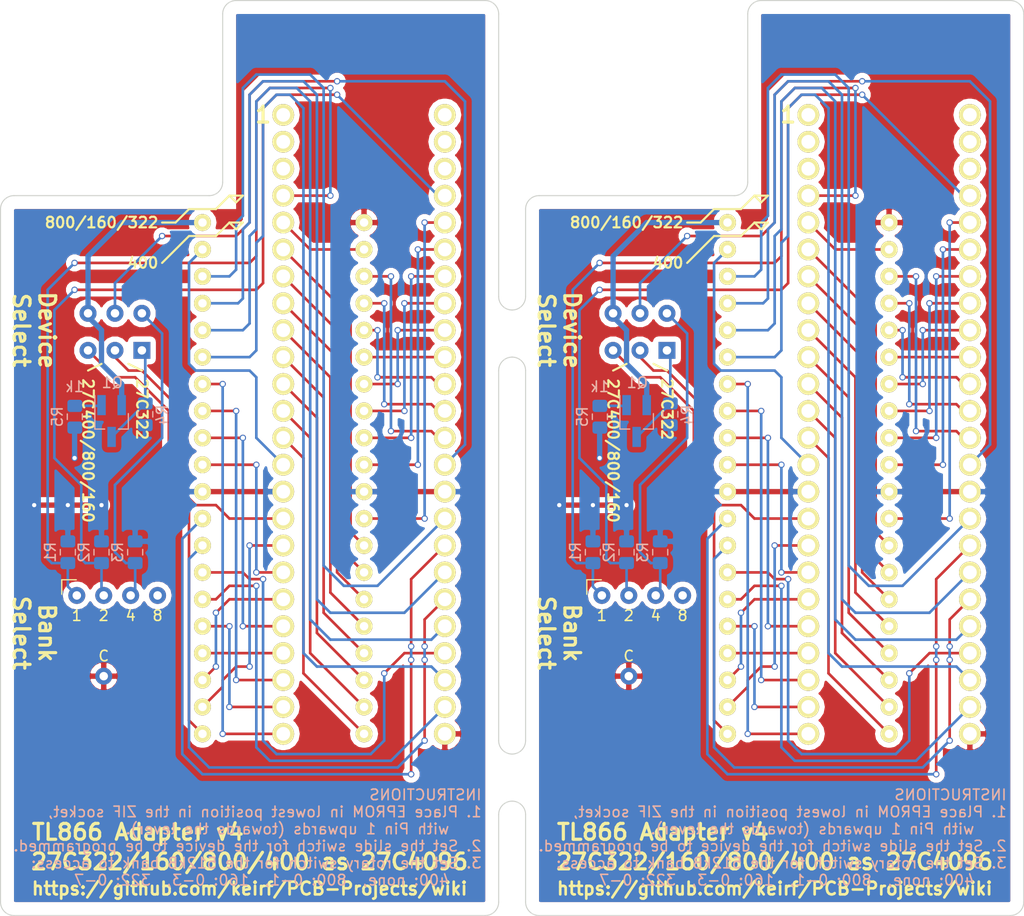
<source format=kicad_pcb>
(kicad_pcb (version 20171130) (host pcbnew 5.0.2-bee76a0~70~ubuntu18.04.1)
  (layers (0 F.Cu signal) (31 B.Cu signal) (34 B.Paste user) (35 F.Paste user) (36 B.SilkS user) (37 F.SilkS user) (38 B.Mask user) (39 F.Mask user) (44 Edge.Cuts user))
  (net 0 "")
  (net 1 /P2)
  (net 2 /P3)
  (net 3 /P4)
  (net 4 /P5)
  (net 5 /P6)
  (net 6 /P7)
  (net 7 /P8)
  (net 8 /P9)
  (net 9 /P10)
  (net 10 /P12)
  (net 11 /P13)
  (net 12 /P14)
  (net 13 /P15)
  (net 14 /P16)
  (net 15 /P17)
  (net 16 /P18)
  (net 17 /P19)
  (net 18 /P20)
  (net 19 /P21)
  (net 20 /P22)
  (net 21 /P23)
  (net 22 /P24)
  (net 23 /P25)
  (net 24 /P26)
  (net 25 /P27)
  (net 26 /P28)
  (net 27 /P29)
  (net 28 /P31)
  (net 29 /P32)
  (net 30 /P33)
  (net 31 /P34)
  (net 32 /P35)
  (net 33 /P36)
  (net 34 /P37)
  (net 35 /P38)
  (net 36 /P39)
  (net 37 /A19)
  (net 38 /A18)
  (net 39 /VCC)
  (net 40 /VSS)
  (net 41 /A20)
  (net 42 "Net-(Q1-Pad1)")
  (net 43 /VPP)
  (net 44 "Net-(Q1-Pad3)")
  (net 45 "Net-(SW1-Pad2)")
  (net 46 "Net-(SW1-Pad5)")
  (module FF:27C160 (layer F.Cu) (at 140.97 53.975)
    (fp_text reference U2 hide)
    (fp_text value 27C322 hide)
    (pad 48 thru_hole oval (at 15.24 0) (size 2.05 2.05) (drill 1.3) (layers *.Cu *.Mask F.SilkS))
    (pad 47 thru_hole oval (at 15.24 2.54) (size 2.05 2.05) (drill 1.3) (layers *.Cu *.Mask F.SilkS))
    (pad 46 thru_hole oval (at 15.24 5.08) (size 2.05 2.05) (drill 1.3) (layers *.Cu *.Mask F.SilkS))
    (pad 45 thru_hole oval (at 15.24 7.62) (size 2.05 2.05) (drill 1.3) (layers *.Cu *.Mask F.SilkS) (net 37 /A19))
    (pad 44 thru_hole oval (at 15.24 10.16) (size 2.05 2.05) (drill 1.3) (layers *.Cu *.Mask F.SilkS) (net 27 /P29))
    (pad 43 thru_hole oval (at 15.24 12.7) (size 2.05 2.05) (drill 1.3) (layers *.Cu *.Mask F.SilkS) (net 28 /P31))
    (pad 42 thru_hole oval (at 15.24 15.24) (size 2.05 2.05) (drill 1.3) (layers *.Cu *.Mask F.SilkS) (net 29 /P32))
    (pad 41 thru_hole oval (at 15.24 17.78) (size 2.05 2.05) (drill 1.3) (layers *.Cu *.Mask F.SilkS) (net 30 /P33))
    (pad 1 thru_hole oval (at 0 0) (size 2.05 2.05) (drill 1.3) (layers *.Cu *.Mask F.SilkS))
    (pad 2 thru_hole oval (at 0 2.54) (size 2.05 2.05) (drill 1.3) (layers *.Cu *.Mask F.SilkS))
    (pad 3 thru_hole oval (at 0 5.08) (size 2.05 2.05) (drill 1.3) (layers *.Cu *.Mask F.SilkS))
    (pad 4 thru_hole oval (at 0 7.62) (size 2.05 2.05) (drill 1.3) (layers *.Cu *.Mask F.SilkS) (net 38 /A18))
    (pad 5 thru_hole oval (at 0 10.16) (size 2.05 2.05) (drill 1.3) (layers *.Cu *.Mask F.SilkS) (net 36 /P39))
    (pad 6 thru_hole oval (at 0 12.7) (size 2.05 2.05) (drill 1.3) (layers *.Cu *.Mask F.SilkS) (net 26 /P28))
    (pad 7 thru_hole oval (at 0 15.24) (size 2.05 2.05) (drill 1.3) (layers *.Cu *.Mask F.SilkS) (net 25 /P27))
    (pad 8 thru_hole oval (at 0 17.78) (size 2.05 2.05) (drill 1.3) (layers *.Cu *.Mask F.SilkS) (net 24 /P26))
    (pad 9 thru_hole oval (at 0 20.32) (size 2.05 2.05) (drill 1.3) (layers *.Cu *.Mask F.SilkS) (net 23 /P25))
    (pad 10 thru_hole oval (at 0 22.86) (size 2.05 2.05) (drill 1.3) (layers *.Cu *.Mask F.SilkS) (net 22 /P24))
    (pad 11 thru_hole oval (at 0 25.4) (size 2.05 2.05) (drill 1.3) (layers *.Cu *.Mask F.SilkS) (net 21 /P23))
    (pad 12 thru_hole oval (at 0 27.94) (size 2.05 2.05) (drill 1.3) (layers *.Cu *.Mask F.SilkS) (net 20 /P22))
    (pad 13 thru_hole oval (at 0 30.48) (size 2.05 2.05) (drill 1.3) (layers *.Cu *.Mask F.SilkS) (net 19 /P21))
    (pad 14 thru_hole oval (at 0 33.02) (size 2.05 2.05) (drill 1.3) (layers *.Cu *.Mask F.SilkS) (net 1 /P2))
    (pad 15 thru_hole oval (at 0 35.56) (size 2.05 2.05) (drill 1.3) (layers *.Cu *.Mask F.SilkS) (net 40 /VSS))
    (pad 16 thru_hole oval (at 0 38.1) (size 2.05 2.05) (drill 1.3) (layers *.Cu *.Mask F.SilkS) (net 45 "Net-(SW1-Pad2)"))
    (pad 17 thru_hole oval (at 0 40.64) (size 2.05 2.05) (drill 1.3) (layers *.Cu *.Mask F.SilkS) (net 17 /P19))
    (pad 18 thru_hole oval (at 0 43.18) (size 2.05 2.05) (drill 1.3) (layers *.Cu *.Mask F.SilkS) (net 9 /P10))
    (pad 19 thru_hole oval (at 0 45.72) (size 2.05 2.05) (drill 1.3) (layers *.Cu *.Mask F.SilkS) (net 16 /P18))
    (pad 20 thru_hole oval (at 0 48.26) (size 2.05 2.05) (drill 1.3) (layers *.Cu *.Mask F.SilkS) (net 8 /P9))
    (pad 21 thru_hole oval (at 0 50.8) (size 2.05 2.05) (drill 1.3) (layers *.Cu *.Mask F.SilkS) (net 15 /P17))
    (pad 22 thru_hole oval (at 0 53.34) (size 2.05 2.05) (drill 1.3) (layers *.Cu *.Mask F.SilkS) (net 7 /P8))
    (pad 23 thru_hole oval (at 0 55.88) (size 2.05 2.05) (drill 1.3) (layers *.Cu *.Mask F.SilkS) (net 14 /P16))
    (pad 24 thru_hole oval (at 0 58.42) (size 2.05 2.05) (drill 1.3) (layers *.Cu *.Mask F.SilkS) (net 6 /P7))
    (pad 25 thru_hole oval (at 15.24 58.42) (size 2.05 2.05) (drill 1.3) (layers *.Cu *.Mask F.SilkS) (net 39 /VCC))
    (pad 26 thru_hole oval (at 15.24 55.88) (size 2.05 2.05) (drill 1.3) (layers *.Cu *.Mask F.SilkS) (net 13 /P15))
    (pad 27 thru_hole oval (at 15.24 53.34) (size 2.05 2.05) (drill 1.3) (layers *.Cu *.Mask F.SilkS) (net 5 /P6))
    (pad 28 thru_hole oval (at 15.24 50.8) (size 2.05 2.05) (drill 1.3) (layers *.Cu *.Mask F.SilkS) (net 12 /P14))
    (pad 29 thru_hole oval (at 15.24 48.26) (size 2.05 2.05) (drill 1.3) (layers *.Cu *.Mask F.SilkS) (net 4 /P5))
    (pad 30 thru_hole oval (at 15.24 45.72) (size 2.05 2.05) (drill 1.3) (layers *.Cu *.Mask F.SilkS) (net 11 /P13))
    (pad 31 thru_hole oval (at 15.24 43.18) (size 2.05 2.05) (drill 1.3) (layers *.Cu *.Mask F.SilkS) (net 3 /P4))
    (pad 32 thru_hole oval (at 15.24 40.64) (size 2.05 2.05) (drill 1.3) (layers *.Cu *.Mask F.SilkS) (net 10 /P12))
    (pad 33 thru_hole oval (at 15.24 38.1) (size 2.05 2.05) (drill 1.3) (layers *.Cu *.Mask F.SilkS) (net 2 /P3))
    (pad 34 thru_hole oval (at 15.24 35.56) (size 2.05 2.05) (drill 1.3) (layers *.Cu *.Mask F.SilkS) (net 40 /VSS))
    (pad 35 thru_hole oval (at 15.24 33.02) (size 2.05 2.05) (drill 1.3) (layers *.Cu *.Mask F.SilkS) (net 46 "Net-(SW1-Pad5)"))
    (pad 36 thru_hole oval (at 15.24 30.48) (size 2.05 2.05) (drill 1.3) (layers *.Cu *.Mask F.SilkS) (net 35 /P38))
    (pad 37 thru_hole oval (at 15.24 27.94) (size 2.05 2.05) (drill 1.3) (layers *.Cu *.Mask F.SilkS) (net 34 /P37))
    (pad 38 thru_hole oval (at 15.24 25.4) (size 2.05 2.05) (drill 1.3) (layers *.Cu *.Mask F.SilkS) (net 33 /P36))
    (pad 39 thru_hole oval (at 15.24 22.86) (size 2.05 2.05) (drill 1.3) (layers *.Cu *.Mask F.SilkS) (net 32 /P35))
    (pad 40 thru_hole oval (at 15.24 20.32) (size 2.05 2.05) (drill 1.3) (layers *.Cu *.Mask F.SilkS) (net 31 /P34))
  )
  (module FF:27C4096 (layer F.Cu) (at 133.35 64.135)
    (fp_text reference U1 hide)
    (fp_text value 27C4096 hide)
    (pad 1 thru_hole oval (at 0 0) (size 1.6 1.6) (drill 0.8) (layers *.Cu *.Mask F.SilkS) (net 43 /VPP))
    (pad 2 thru_hole oval (at 0 2.54) (size 1.6 1.6) (drill 0.8) (layers *.Cu *.Mask F.SilkS) (net 1 /P2))
    (pad 3 thru_hole oval (at 0 5.08) (size 1.6 1.6) (drill 0.8) (layers *.Cu *.Mask F.SilkS) (net 2 /P3))
    (pad 4 thru_hole oval (at 0 7.62) (size 1.6 1.6) (drill 0.8) (layers *.Cu *.Mask F.SilkS) (net 3 /P4))
    (pad 5 thru_hole oval (at 0 10.16) (size 1.6 1.6) (drill 0.8) (layers *.Cu *.Mask F.SilkS) (net 4 /P5))
    (pad 6 thru_hole oval (at 0 12.7) (size 1.6 1.6) (drill 0.8) (layers *.Cu *.Mask F.SilkS) (net 5 /P6))
    (pad 7 thru_hole oval (at 0 15.24) (size 1.6 1.6) (drill 0.8) (layers *.Cu *.Mask F.SilkS) (net 6 /P7))
    (pad 8 thru_hole oval (at 0 17.78) (size 1.6 1.6) (drill 0.8) (layers *.Cu *.Mask F.SilkS) (net 7 /P8))
    (pad 9 thru_hole oval (at 0 20.32) (size 1.6 1.6) (drill 0.8) (layers *.Cu *.Mask F.SilkS) (net 8 /P9))
    (pad 10 thru_hole oval (at 0 22.86) (size 1.6 1.6) (drill 0.8) (layers *.Cu *.Mask F.SilkS) (net 9 /P10))
    (pad 11 thru_hole oval (at 0 25.4) (size 1.6 1.6) (drill 0.8) (layers *.Cu *.Mask F.SilkS) (net 40 /VSS))
    (pad 12 thru_hole oval (at 0 27.94) (size 1.6 1.6) (drill 0.8) (layers *.Cu *.Mask F.SilkS) (net 10 /P12))
    (pad 13 thru_hole oval (at 0 30.48) (size 1.6 1.6) (drill 0.8) (layers *.Cu *.Mask F.SilkS) (net 11 /P13))
    (pad 14 thru_hole oval (at 0 33.02) (size 1.6 1.6) (drill 0.8) (layers *.Cu *.Mask F.SilkS) (net 12 /P14))
    (pad 15 thru_hole oval (at 0 35.56) (size 1.6 1.6) (drill 0.8) (layers *.Cu *.Mask F.SilkS) (net 13 /P15))
    (pad 16 thru_hole oval (at 0 38.1) (size 1.6 1.6) (drill 0.8) (layers *.Cu *.Mask F.SilkS) (net 14 /P16))
    (pad 17 thru_hole oval (at 0 40.64) (size 1.6 1.6) (drill 0.8) (layers *.Cu *.Mask F.SilkS) (net 15 /P17))
    (pad 18 thru_hole oval (at 0 43.18) (size 1.6 1.6) (drill 0.8) (layers *.Cu *.Mask F.SilkS) (net 16 /P18))
    (pad 19 thru_hole oval (at 0 45.72) (size 1.6 1.6) (drill 0.8) (layers *.Cu *.Mask F.SilkS) (net 17 /P19))
    (pad 20 thru_hole oval (at 0 48.26) (size 1.6 1.6) (drill 0.8) (layers *.Cu *.Mask F.SilkS) (net 18 /P20))
    (pad 21 thru_hole oval (at 15.24 48.26) (size 1.6 1.6) (drill 0.8) (layers *.Cu *.Mask F.SilkS) (net 19 /P21))
    (pad 22 thru_hole oval (at 15.24 45.72) (size 1.6 1.6) (drill 0.8) (layers *.Cu *.Mask F.SilkS) (net 20 /P22))
    (pad 23 thru_hole oval (at 15.24 43.18) (size 1.6 1.6) (drill 0.8) (layers *.Cu *.Mask F.SilkS) (net 21 /P23))
    (pad 24 thru_hole oval (at 15.24 40.64) (size 1.6 1.6) (drill 0.8) (layers *.Cu *.Mask F.SilkS) (net 22 /P24))
    (pad 25 thru_hole oval (at 15.24 38.1) (size 1.6 1.6) (drill 0.8) (layers *.Cu *.Mask F.SilkS) (net 23 /P25))
    (pad 26 thru_hole oval (at 15.24 35.56) (size 1.6 1.6) (drill 0.8) (layers *.Cu *.Mask F.SilkS) (net 24 /P26))
    (pad 27 thru_hole oval (at 15.24 33.02) (size 1.6 1.6) (drill 0.8) (layers *.Cu *.Mask F.SilkS) (net 25 /P27))
    (pad 28 thru_hole oval (at 15.24 30.48) (size 1.6 1.6) (drill 0.8) (layers *.Cu *.Mask F.SilkS) (net 26 /P28))
    (pad 29 thru_hole oval (at 15.24 27.94) (size 1.6 1.6) (drill 0.8) (layers *.Cu *.Mask F.SilkS) (net 27 /P29))
    (pad 30 thru_hole oval (at 15.24 25.4) (size 1.6 1.6) (drill 0.8) (layers *.Cu *.Mask F.SilkS) (net 40 /VSS))
    (pad 31 thru_hole oval (at 15.24 22.86) (size 1.6 1.6) (drill 0.8) (layers *.Cu *.Mask F.SilkS) (net 28 /P31))
    (pad 32 thru_hole oval (at 15.24 20.32) (size 1.6 1.6) (drill 0.8) (layers *.Cu *.Mask F.SilkS) (net 29 /P32))
    (pad 33 thru_hole oval (at 15.24 17.78) (size 1.6 1.6) (drill 0.8) (layers *.Cu *.Mask F.SilkS) (net 30 /P33))
    (pad 34 thru_hole oval (at 15.24 15.24) (size 1.6 1.6) (drill 0.8) (layers *.Cu *.Mask F.SilkS) (net 31 /P34))
    (pad 35 thru_hole oval (at 15.24 12.7) (size 1.6 1.6) (drill 0.8) (layers *.Cu *.Mask F.SilkS) (net 32 /P35))
    (pad 36 thru_hole oval (at 15.24 10.16) (size 1.6 1.6) (drill 0.8) (layers *.Cu *.Mask F.SilkS) (net 33 /P36))
    (pad 37 thru_hole oval (at 15.24 7.62) (size 1.6 1.6) (drill 0.8) (layers *.Cu *.Mask F.SilkS) (net 34 /P37))
    (pad 38 thru_hole oval (at 15.24 5.08) (size 1.6 1.6) (drill 0.8) (layers *.Cu *.Mask F.SilkS) (net 35 /P38))
    (pad 39 thru_hole oval (at 15.24 2.54) (size 1.6 1.6) (drill 0.8) (layers *.Cu *.Mask F.SilkS) (net 36 /P39))
    (pad 40 thru_hole oval (at 15.24 0) (size 1.6 1.6) (drill 0.8) (layers *.Cu *.Mask F.SilkS) (net 39 /VCC))
  )
  (module Resistor_SMD:R_0805_2012Metric_Pad1.15x1.40mm_HandSolder (layer B.Cu) (at 120.65 95.25 270)
    (fp_text reference R1 (at 0 1.65 270) (layer B.SilkS) (effects (justify mirror)))
    (fp_text value 10K)
    (pad 2 smd roundrect (at 1.025 0 270) (size 1.15 1.4) (layers B.Cu B.Paste B.Mask) (roundrect_rratio 0.217391) (net 38 /A18))
    (pad 1 smd roundrect (at -1.025 0 270) (size 1.15 1.4) (layers B.Cu B.Paste B.Mask) (roundrect_rratio 0.217391) (net 40 /VSS))
  )
  (module Resistor_SMD:R_0805_2012Metric_Pad1.15x1.40mm_HandSolder (layer B.Cu) (at 123.825 95.25 270)
    (fp_text reference R2 (at 0 1.65 270) (layer B.SilkS) (effects (justify mirror)))
    (fp_text value 10K)
    (pad 1 smd roundrect (at -1.025 0 270) (size 1.15 1.4) (layers B.Cu B.Paste B.Mask) (roundrect_rratio 0.217391) (net 40 /VSS))
    (pad 2 smd roundrect (at 1.025 0 270) (size 1.15 1.4) (layers B.Cu B.Paste B.Mask) (roundrect_rratio 0.217391) (net 37 /A19))
  )
  (module Resistor_SMD:R_0805_2012Metric_Pad1.15x1.40mm_HandSolder (layer B.Cu) (at 127 95.25 270)
    (fp_text reference R3 (at 0 1.65 270) (layer B.SilkS) (effects (justify mirror)))
    (fp_text value 10K)
    (pad 1 smd roundrect (at -1.025 0 270) (size 1.15 1.4) (layers B.Cu B.Paste B.Mask) (roundrect_rratio 0.217391) (net 40 /VSS))
    (pad 2 smd roundrect (at 1.025 0 270) (size 1.15 1.4) (layers B.Cu B.Paste B.Mask) (roundrect_rratio 0.217391) (net 41 /A20))
  )
  (module Resistor_SMD:R_0805_2012Metric_Pad1.15x1.40mm_HandSolder (layer B.Cu) (at 127.9525 82.2325 270)
    (fp_text reference R4 (at 0.0635 -1.5875 270) (layer B.SilkS) (effects (justify mirror)))
    (fp_text value 10K)
    (pad 2 smd roundrect (at 1.025 0 270) (size 1.15 1.4) (layers B.Cu B.Paste B.Mask) (roundrect_rratio 0.217391) (net 40 /VSS))
    (pad 1 smd roundrect (at -1.025 0 270) (size 1.15 1.4) (layers B.Cu B.Paste B.Mask) (roundrect_rratio 0.217391) (net 44 "Net-(Q1-Pad3)"))
  )
  (module Resistor_SMD:R_0805_2012Metric_Pad1.15x1.40mm_HandSolder (layer B.Cu) (at 121.307501 82.462501 270)
    (fp_text reference R5 (at 0 1.65 270) (layer B.SilkS) (effects (justify mirror)))
    (fp_text value 1K)
    (pad 1 smd roundrect (at -1.025 0 270) (size 1.15 1.4) (layers B.Cu B.Paste B.Mask) (roundrect_rratio 0.217391) (net 42 "Net-(Q1-Pad1)"))
    (pad 2 smd roundrect (at 1.025 0 270) (size 1.15 1.4) (layers B.Cu B.Paste B.Mask) (roundrect_rratio 0.217391) (net 39 /VCC))
  )
  (module Package_TO_SOT_SMD:SOT-23_Handsoldering (layer B.Cu) (at 124.7775 82.8675 270)
    (fp_text reference Q1 (at -3.6195 -0.0635) (layer B.SilkS) (effects (justify mirror)))
    (fp_text value MMBT3906)
    (pad 1 smd rect (at -1.5 0.95 270) (size 1.9 0.8) (layers B.Cu B.Paste B.Mask) (net 42 "Net-(Q1-Pad1)"))
    (pad 2 smd rect (at -1.5 -0.95 270) (size 1.9 0.8) (layers B.Cu B.Paste B.Mask) (net 43 /VPP))
    (pad 3 smd rect (at 1.5 0 270) (size 1.9 0.8) (layers B.Cu B.Paste B.Mask) (net 44 "Net-(Q1-Pad3)"))
  )
  (module FF:DPDT_Slide (layer F.Cu) (at 127.635 76.2 180)
    (fp_text reference SW1 hide)
    (fp_text value Switch_SPDT_x2)
    (pad 1 thru_hole rect (at 0 0 180) (size 1.6 1.6) (drill 0.8) (layers *.Cu *.Mask) (net 44 "Net-(Q1-Pad3)"))
    (pad 2 thru_hole circle (at 2.54 0 180) (size 1.6 1.6) (drill 0.8) (layers *.Cu *.Mask) (net 45 "Net-(SW1-Pad2)"))
    (pad 3 thru_hole circle (at 5.08 0 180) (size 1.6 1.6) (drill 0.8) (layers *.Cu *.Mask) (net 18 /P20))
    (pad 4 thru_hole circle (at 0 3.5 180) (size 1.6 1.6) (drill 0.8) (layers *.Cu *.Mask) (net 41 /A20))
    (pad 5 thru_hole circle (at 2.54 3.5 180) (size 1.6 1.6) (drill 0.8) (layers *.Cu *.Mask) (net 46 "Net-(SW1-Pad5)"))
    (pad 6 thru_hole circle (at 5.08 3.5 180) (size 1.6 1.6) (drill 0.8) (layers *.Cu *.Mask) (net 43 /VPP))
  )
  (module FF:Rotary_Switch (layer F.Cu) (at 121.495001 99.330001)
    (fp_text reference SW2 hide)
    (fp_text value SW_Coded_SH-7010 hide)
    (fp_text user 1 (at 0 1.905) (layer F.SilkS))
    (fp_text user 2 (at 2.54 1.905) (layer F.SilkS))
    (fp_text user 4 (at 5.08 1.905) (layer F.SilkS))
    (fp_text user 8 (at 7.62 1.905) (layer F.SilkS))
    (fp_text user C (at 2.54 5.715) (layer F.SilkS))
    (pad 1 thru_hole oval (at 0 0) (size 1.6 1.6) (drill 0.8) (layers *.Cu *.Mask) (net 38 /A18))
    (pad 2 thru_hole oval (at 2.54 0) (size 1.6 1.6) (drill 0.8) (layers *.Cu *.Mask) (net 37 /A19))
    (pad 4 thru_hole oval (at 5.08 0) (size 1.6 1.6) (drill 0.8) (layers *.Cu *.Mask) (net 41 /A20))
    (pad 8 thru_hole oval (at 7.62 0) (size 1.6 1.6) (drill 0.8) (layers *.Cu *.Mask))
    (pad C thru_hole oval (at 2.54 7.62) (size 1.6 1.6) (drill 0.8) (layers *.Cu *.Mask) (net 39 /VCC))
  )
  (module FF:27C160 (layer F.Cu) (at 190.5 53.975)
    (fp_text reference U2 hide)
    (fp_text value 27C322 hide)
    (pad 48 thru_hole oval (at 15.24 0) (size 2.05 2.05) (drill 1.3) (layers *.Cu *.Mask F.SilkS))
    (pad 47 thru_hole oval (at 15.24 2.54) (size 2.05 2.05) (drill 1.3) (layers *.Cu *.Mask F.SilkS))
    (pad 46 thru_hole oval (at 15.24 5.08) (size 2.05 2.05) (drill 1.3) (layers *.Cu *.Mask F.SilkS))
    (pad 45 thru_hole oval (at 15.24 7.62) (size 2.05 2.05) (drill 1.3) (layers *.Cu *.Mask F.SilkS) (net 37 /A19))
    (pad 44 thru_hole oval (at 15.24 10.16) (size 2.05 2.05) (drill 1.3) (layers *.Cu *.Mask F.SilkS) (net 27 /P29))
    (pad 43 thru_hole oval (at 15.24 12.7) (size 2.05 2.05) (drill 1.3) (layers *.Cu *.Mask F.SilkS) (net 28 /P31))
    (pad 42 thru_hole oval (at 15.24 15.24) (size 2.05 2.05) (drill 1.3) (layers *.Cu *.Mask F.SilkS) (net 29 /P32))
    (pad 41 thru_hole oval (at 15.24 17.78) (size 2.05 2.05) (drill 1.3) (layers *.Cu *.Mask F.SilkS) (net 30 /P33))
    (pad 1 thru_hole oval (at 0 0) (size 2.05 2.05) (drill 1.3) (layers *.Cu *.Mask F.SilkS))
    (pad 2 thru_hole oval (at 0 2.54) (size 2.05 2.05) (drill 1.3) (layers *.Cu *.Mask F.SilkS))
    (pad 3 thru_hole oval (at 0 5.08) (size 2.05 2.05) (drill 1.3) (layers *.Cu *.Mask F.SilkS))
    (pad 4 thru_hole oval (at 0 7.62) (size 2.05 2.05) (drill 1.3) (layers *.Cu *.Mask F.SilkS) (net 38 /A18))
    (pad 5 thru_hole oval (at 0 10.16) (size 2.05 2.05) (drill 1.3) (layers *.Cu *.Mask F.SilkS) (net 36 /P39))
    (pad 6 thru_hole oval (at 0 12.7) (size 2.05 2.05) (drill 1.3) (layers *.Cu *.Mask F.SilkS) (net 26 /P28))
    (pad 7 thru_hole oval (at 0 15.24) (size 2.05 2.05) (drill 1.3) (layers *.Cu *.Mask F.SilkS) (net 25 /P27))
    (pad 8 thru_hole oval (at 0 17.78) (size 2.05 2.05) (drill 1.3) (layers *.Cu *.Mask F.SilkS) (net 24 /P26))
    (pad 9 thru_hole oval (at 0 20.32) (size 2.05 2.05) (drill 1.3) (layers *.Cu *.Mask F.SilkS) (net 23 /P25))
    (pad 10 thru_hole oval (at 0 22.86) (size 2.05 2.05) (drill 1.3) (layers *.Cu *.Mask F.SilkS) (net 22 /P24))
    (pad 11 thru_hole oval (at 0 25.4) (size 2.05 2.05) (drill 1.3) (layers *.Cu *.Mask F.SilkS) (net 21 /P23))
    (pad 12 thru_hole oval (at 0 27.94) (size 2.05 2.05) (drill 1.3) (layers *.Cu *.Mask F.SilkS) (net 20 /P22))
    (pad 13 thru_hole oval (at 0 30.48) (size 2.05 2.05) (drill 1.3) (layers *.Cu *.Mask F.SilkS) (net 19 /P21))
    (pad 14 thru_hole oval (at 0 33.02) (size 2.05 2.05) (drill 1.3) (layers *.Cu *.Mask F.SilkS) (net 1 /P2))
    (pad 15 thru_hole oval (at 0 35.56) (size 2.05 2.05) (drill 1.3) (layers *.Cu *.Mask F.SilkS) (net 40 /VSS))
    (pad 16 thru_hole oval (at 0 38.1) (size 2.05 2.05) (drill 1.3) (layers *.Cu *.Mask F.SilkS) (net 45 "Net-(SW1-Pad2)"))
    (pad 17 thru_hole oval (at 0 40.64) (size 2.05 2.05) (drill 1.3) (layers *.Cu *.Mask F.SilkS) (net 17 /P19))
    (pad 18 thru_hole oval (at 0 43.18) (size 2.05 2.05) (drill 1.3) (layers *.Cu *.Mask F.SilkS) (net 9 /P10))
    (pad 19 thru_hole oval (at 0 45.72) (size 2.05 2.05) (drill 1.3) (layers *.Cu *.Mask F.SilkS) (net 16 /P18))
    (pad 20 thru_hole oval (at 0 48.26) (size 2.05 2.05) (drill 1.3) (layers *.Cu *.Mask F.SilkS) (net 8 /P9))
    (pad 21 thru_hole oval (at 0 50.8) (size 2.05 2.05) (drill 1.3) (layers *.Cu *.Mask F.SilkS) (net 15 /P17))
    (pad 22 thru_hole oval (at 0 53.34) (size 2.05 2.05) (drill 1.3) (layers *.Cu *.Mask F.SilkS) (net 7 /P8))
    (pad 23 thru_hole oval (at 0 55.88) (size 2.05 2.05) (drill 1.3) (layers *.Cu *.Mask F.SilkS) (net 14 /P16))
    (pad 24 thru_hole oval (at 0 58.42) (size 2.05 2.05) (drill 1.3) (layers *.Cu *.Mask F.SilkS) (net 6 /P7))
    (pad 25 thru_hole oval (at 15.24 58.42) (size 2.05 2.05) (drill 1.3) (layers *.Cu *.Mask F.SilkS) (net 39 /VCC))
    (pad 26 thru_hole oval (at 15.24 55.88) (size 2.05 2.05) (drill 1.3) (layers *.Cu *.Mask F.SilkS) (net 13 /P15))
    (pad 27 thru_hole oval (at 15.24 53.34) (size 2.05 2.05) (drill 1.3) (layers *.Cu *.Mask F.SilkS) (net 5 /P6))
    (pad 28 thru_hole oval (at 15.24 50.8) (size 2.05 2.05) (drill 1.3) (layers *.Cu *.Mask F.SilkS) (net 12 /P14))
    (pad 29 thru_hole oval (at 15.24 48.26) (size 2.05 2.05) (drill 1.3) (layers *.Cu *.Mask F.SilkS) (net 4 /P5))
    (pad 30 thru_hole oval (at 15.24 45.72) (size 2.05 2.05) (drill 1.3) (layers *.Cu *.Mask F.SilkS) (net 11 /P13))
    (pad 31 thru_hole oval (at 15.24 43.18) (size 2.05 2.05) (drill 1.3) (layers *.Cu *.Mask F.SilkS) (net 3 /P4))
    (pad 32 thru_hole oval (at 15.24 40.64) (size 2.05 2.05) (drill 1.3) (layers *.Cu *.Mask F.SilkS) (net 10 /P12))
    (pad 33 thru_hole oval (at 15.24 38.1) (size 2.05 2.05) (drill 1.3) (layers *.Cu *.Mask F.SilkS) (net 2 /P3))
    (pad 34 thru_hole oval (at 15.24 35.56) (size 2.05 2.05) (drill 1.3) (layers *.Cu *.Mask F.SilkS) (net 40 /VSS))
    (pad 35 thru_hole oval (at 15.24 33.02) (size 2.05 2.05) (drill 1.3) (layers *.Cu *.Mask F.SilkS) (net 46 "Net-(SW1-Pad5)"))
    (pad 36 thru_hole oval (at 15.24 30.48) (size 2.05 2.05) (drill 1.3) (layers *.Cu *.Mask F.SilkS) (net 35 /P38))
    (pad 37 thru_hole oval (at 15.24 27.94) (size 2.05 2.05) (drill 1.3) (layers *.Cu *.Mask F.SilkS) (net 34 /P37))
    (pad 38 thru_hole oval (at 15.24 25.4) (size 2.05 2.05) (drill 1.3) (layers *.Cu *.Mask F.SilkS) (net 33 /P36))
    (pad 39 thru_hole oval (at 15.24 22.86) (size 2.05 2.05) (drill 1.3) (layers *.Cu *.Mask F.SilkS) (net 32 /P35))
    (pad 40 thru_hole oval (at 15.24 20.32) (size 2.05 2.05) (drill 1.3) (layers *.Cu *.Mask F.SilkS) (net 31 /P34))
  )
  (module FF:27C4096 (layer F.Cu) (at 182.88 64.135)
    (fp_text reference U1 hide)
    (fp_text value 27C4096 hide)
    (pad 1 thru_hole oval (at 0 0) (size 1.6 1.6) (drill 0.8) (layers *.Cu *.Mask F.SilkS) (net 43 /VPP))
    (pad 2 thru_hole oval (at 0 2.54) (size 1.6 1.6) (drill 0.8) (layers *.Cu *.Mask F.SilkS) (net 1 /P2))
    (pad 3 thru_hole oval (at 0 5.08) (size 1.6 1.6) (drill 0.8) (layers *.Cu *.Mask F.SilkS) (net 2 /P3))
    (pad 4 thru_hole oval (at 0 7.62) (size 1.6 1.6) (drill 0.8) (layers *.Cu *.Mask F.SilkS) (net 3 /P4))
    (pad 5 thru_hole oval (at 0 10.16) (size 1.6 1.6) (drill 0.8) (layers *.Cu *.Mask F.SilkS) (net 4 /P5))
    (pad 6 thru_hole oval (at 0 12.7) (size 1.6 1.6) (drill 0.8) (layers *.Cu *.Mask F.SilkS) (net 5 /P6))
    (pad 7 thru_hole oval (at 0 15.24) (size 1.6 1.6) (drill 0.8) (layers *.Cu *.Mask F.SilkS) (net 6 /P7))
    (pad 8 thru_hole oval (at 0 17.78) (size 1.6 1.6) (drill 0.8) (layers *.Cu *.Mask F.SilkS) (net 7 /P8))
    (pad 9 thru_hole oval (at 0 20.32) (size 1.6 1.6) (drill 0.8) (layers *.Cu *.Mask F.SilkS) (net 8 /P9))
    (pad 10 thru_hole oval (at 0 22.86) (size 1.6 1.6) (drill 0.8) (layers *.Cu *.Mask F.SilkS) (net 9 /P10))
    (pad 11 thru_hole oval (at 0 25.4) (size 1.6 1.6) (drill 0.8) (layers *.Cu *.Mask F.SilkS) (net 40 /VSS))
    (pad 12 thru_hole oval (at 0 27.94) (size 1.6 1.6) (drill 0.8) (layers *.Cu *.Mask F.SilkS) (net 10 /P12))
    (pad 13 thru_hole oval (at 0 30.48) (size 1.6 1.6) (drill 0.8) (layers *.Cu *.Mask F.SilkS) (net 11 /P13))
    (pad 14 thru_hole oval (at 0 33.02) (size 1.6 1.6) (drill 0.8) (layers *.Cu *.Mask F.SilkS) (net 12 /P14))
    (pad 15 thru_hole oval (at 0 35.56) (size 1.6 1.6) (drill 0.8) (layers *.Cu *.Mask F.SilkS) (net 13 /P15))
    (pad 16 thru_hole oval (at 0 38.1) (size 1.6 1.6) (drill 0.8) (layers *.Cu *.Mask F.SilkS) (net 14 /P16))
    (pad 17 thru_hole oval (at 0 40.64) (size 1.6 1.6) (drill 0.8) (layers *.Cu *.Mask F.SilkS) (net 15 /P17))
    (pad 18 thru_hole oval (at 0 43.18) (size 1.6 1.6) (drill 0.8) (layers *.Cu *.Mask F.SilkS) (net 16 /P18))
    (pad 19 thru_hole oval (at 0 45.72) (size 1.6 1.6) (drill 0.8) (layers *.Cu *.Mask F.SilkS) (net 17 /P19))
    (pad 20 thru_hole oval (at 0 48.26) (size 1.6 1.6) (drill 0.8) (layers *.Cu *.Mask F.SilkS) (net 18 /P20))
    (pad 21 thru_hole oval (at 15.24 48.26) (size 1.6 1.6) (drill 0.8) (layers *.Cu *.Mask F.SilkS) (net 19 /P21))
    (pad 22 thru_hole oval (at 15.24 45.72) (size 1.6 1.6) (drill 0.8) (layers *.Cu *.Mask F.SilkS) (net 20 /P22))
    (pad 23 thru_hole oval (at 15.24 43.18) (size 1.6 1.6) (drill 0.8) (layers *.Cu *.Mask F.SilkS) (net 21 /P23))
    (pad 24 thru_hole oval (at 15.24 40.64) (size 1.6 1.6) (drill 0.8) (layers *.Cu *.Mask F.SilkS) (net 22 /P24))
    (pad 25 thru_hole oval (at 15.24 38.1) (size 1.6 1.6) (drill 0.8) (layers *.Cu *.Mask F.SilkS) (net 23 /P25))
    (pad 26 thru_hole oval (at 15.24 35.56) (size 1.6 1.6) (drill 0.8) (layers *.Cu *.Mask F.SilkS) (net 24 /P26))
    (pad 27 thru_hole oval (at 15.24 33.02) (size 1.6 1.6) (drill 0.8) (layers *.Cu *.Mask F.SilkS) (net 25 /P27))
    (pad 28 thru_hole oval (at 15.24 30.48) (size 1.6 1.6) (drill 0.8) (layers *.Cu *.Mask F.SilkS) (net 26 /P28))
    (pad 29 thru_hole oval (at 15.24 27.94) (size 1.6 1.6) (drill 0.8) (layers *.Cu *.Mask F.SilkS) (net 27 /P29))
    (pad 30 thru_hole oval (at 15.24 25.4) (size 1.6 1.6) (drill 0.8) (layers *.Cu *.Mask F.SilkS) (net 40 /VSS))
    (pad 31 thru_hole oval (at 15.24 22.86) (size 1.6 1.6) (drill 0.8) (layers *.Cu *.Mask F.SilkS) (net 28 /P31))
    (pad 32 thru_hole oval (at 15.24 20.32) (size 1.6 1.6) (drill 0.8) (layers *.Cu *.Mask F.SilkS) (net 29 /P32))
    (pad 33 thru_hole oval (at 15.24 17.78) (size 1.6 1.6) (drill 0.8) (layers *.Cu *.Mask F.SilkS) (net 30 /P33))
    (pad 34 thru_hole oval (at 15.24 15.24) (size 1.6 1.6) (drill 0.8) (layers *.Cu *.Mask F.SilkS) (net 31 /P34))
    (pad 35 thru_hole oval (at 15.24 12.7) (size 1.6 1.6) (drill 0.8) (layers *.Cu *.Mask F.SilkS) (net 32 /P35))
    (pad 36 thru_hole oval (at 15.24 10.16) (size 1.6 1.6) (drill 0.8) (layers *.Cu *.Mask F.SilkS) (net 33 /P36))
    (pad 37 thru_hole oval (at 15.24 7.62) (size 1.6 1.6) (drill 0.8) (layers *.Cu *.Mask F.SilkS) (net 34 /P37))
    (pad 38 thru_hole oval (at 15.24 5.08) (size 1.6 1.6) (drill 0.8) (layers *.Cu *.Mask F.SilkS) (net 35 /P38))
    (pad 39 thru_hole oval (at 15.24 2.54) (size 1.6 1.6) (drill 0.8) (layers *.Cu *.Mask F.SilkS) (net 36 /P39))
    (pad 40 thru_hole oval (at 15.24 0) (size 1.6 1.6) (drill 0.8) (layers *.Cu *.Mask F.SilkS) (net 39 /VCC))
  )
  (module Resistor_SMD:R_0805_2012Metric_Pad1.15x1.40mm_HandSolder (layer B.Cu) (at 170.18 95.25 270)
    (fp_text reference R1 (at 0 1.65 270) (layer B.SilkS) (effects (justify mirror)))
    (fp_text value 10K)
    (pad 2 smd roundrect (at 1.025 0 270) (size 1.15 1.4) (layers B.Cu B.Paste B.Mask) (roundrect_rratio 0.217391) (net 38 /A18))
    (pad 1 smd roundrect (at -1.025 0 270) (size 1.15 1.4) (layers B.Cu B.Paste B.Mask) (roundrect_rratio 0.217391) (net 40 /VSS))
  )
  (module Resistor_SMD:R_0805_2012Metric_Pad1.15x1.40mm_HandSolder (layer B.Cu) (at 173.355 95.25 270)
    (fp_text reference R2 (at 0 1.65 270) (layer B.SilkS) (effects (justify mirror)))
    (fp_text value 10K)
    (pad 1 smd roundrect (at -1.025 0 270) (size 1.15 1.4) (layers B.Cu B.Paste B.Mask) (roundrect_rratio 0.217391) (net 40 /VSS))
    (pad 2 smd roundrect (at 1.025 0 270) (size 1.15 1.4) (layers B.Cu B.Paste B.Mask) (roundrect_rratio 0.217391) (net 37 /A19))
  )
  (module Resistor_SMD:R_0805_2012Metric_Pad1.15x1.40mm_HandSolder (layer B.Cu) (at 176.53 95.25 270)
    (fp_text reference R3 (at 0 1.65 270) (layer B.SilkS) (effects (justify mirror)))
    (fp_text value 10K)
    (pad 1 smd roundrect (at -1.025 0 270) (size 1.15 1.4) (layers B.Cu B.Paste B.Mask) (roundrect_rratio 0.217391) (net 40 /VSS))
    (pad 2 smd roundrect (at 1.025 0 270) (size 1.15 1.4) (layers B.Cu B.Paste B.Mask) (roundrect_rratio 0.217391) (net 41 /A20))
  )
  (module Resistor_SMD:R_0805_2012Metric_Pad1.15x1.40mm_HandSolder (layer B.Cu) (at 177.4825 82.2325 270)
    (fp_text reference R4 (at 0.0635 -1.5875 270) (layer B.SilkS) (effects (justify mirror)))
    (fp_text value 10K)
    (pad 2 smd roundrect (at 1.025 0 270) (size 1.15 1.4) (layers B.Cu B.Paste B.Mask) (roundrect_rratio 0.217391) (net 40 /VSS))
    (pad 1 smd roundrect (at -1.025 0 270) (size 1.15 1.4) (layers B.Cu B.Paste B.Mask) (roundrect_rratio 0.217391) (net 44 "Net-(Q1-Pad3)"))
  )
  (module Resistor_SMD:R_0805_2012Metric_Pad1.15x1.40mm_HandSolder (layer B.Cu) (at 170.837501 82.462501 270)
    (fp_text reference R5 (at 0 1.65 270) (layer B.SilkS) (effects (justify mirror)))
    (fp_text value 1K)
    (pad 1 smd roundrect (at -1.025 0 270) (size 1.15 1.4) (layers B.Cu B.Paste B.Mask) (roundrect_rratio 0.217391) (net 42 "Net-(Q1-Pad1)"))
    (pad 2 smd roundrect (at 1.025 0 270) (size 1.15 1.4) (layers B.Cu B.Paste B.Mask) (roundrect_rratio 0.217391) (net 39 /VCC))
  )
  (module Package_TO_SOT_SMD:SOT-23_Handsoldering (layer B.Cu) (at 174.3075 82.8675 270)
    (fp_text reference Q1 (at -3.6195 -0.0635) (layer B.SilkS) (effects (justify mirror)))
    (fp_text value MMBT3906)
    (pad 1 smd rect (at -1.5 0.95 270) (size 1.9 0.8) (layers B.Cu B.Paste B.Mask) (net 42 "Net-(Q1-Pad1)"))
    (pad 2 smd rect (at -1.5 -0.95 270) (size 1.9 0.8) (layers B.Cu B.Paste B.Mask) (net 43 /VPP))
    (pad 3 smd rect (at 1.5 0 270) (size 1.9 0.8) (layers B.Cu B.Paste B.Mask) (net 44 "Net-(Q1-Pad3)"))
  )
  (module FF:DPDT_Slide (layer F.Cu) (at 177.165 76.2 180)
    (fp_text reference SW1 hide)
    (fp_text value Switch_SPDT_x2)
    (pad 1 thru_hole rect (at 0 0 180) (size 1.6 1.6) (drill 0.8) (layers *.Cu *.Mask) (net 44 "Net-(Q1-Pad3)"))
    (pad 2 thru_hole circle (at 2.54 0 180) (size 1.6 1.6) (drill 0.8) (layers *.Cu *.Mask) (net 45 "Net-(SW1-Pad2)"))
    (pad 3 thru_hole circle (at 5.08 0 180) (size 1.6 1.6) (drill 0.8) (layers *.Cu *.Mask) (net 18 /P20))
    (pad 4 thru_hole circle (at 0 3.5 180) (size 1.6 1.6) (drill 0.8) (layers *.Cu *.Mask) (net 41 /A20))
    (pad 5 thru_hole circle (at 2.54 3.5 180) (size 1.6 1.6) (drill 0.8) (layers *.Cu *.Mask) (net 46 "Net-(SW1-Pad5)"))
    (pad 6 thru_hole circle (at 5.08 3.5 180) (size 1.6 1.6) (drill 0.8) (layers *.Cu *.Mask) (net 43 /VPP))
  )
  (module FF:Rotary_Switch (layer F.Cu) (at 171.025001 99.330001)
    (fp_text reference SW2 hide)
    (fp_text value SW_Coded_SH-7010 hide)
    (fp_text user 1 (at 0 1.905) (layer F.SilkS))
    (fp_text user 2 (at 2.54 1.905) (layer F.SilkS))
    (fp_text user 4 (at 5.08 1.905) (layer F.SilkS))
    (fp_text user 8 (at 7.62 1.905) (layer F.SilkS))
    (fp_text user C (at 2.54 5.715) (layer F.SilkS))
    (pad 1 thru_hole oval (at 0 0) (size 1.6 1.6) (drill 0.8) (layers *.Cu *.Mask) (net 38 /A18))
    (pad 2 thru_hole oval (at 2.54 0) (size 1.6 1.6) (drill 0.8) (layers *.Cu *.Mask) (net 37 /A19))
    (pad 4 thru_hole oval (at 5.08 0) (size 1.6 1.6) (drill 0.8) (layers *.Cu *.Mask) (net 41 /A20))
    (pad 8 thru_hole oval (at 7.62 0) (size 1.6 1.6) (drill 0.8) (layers *.Cu *.Mask))
    (pad C thru_hole oval (at 2.54 7.62) (size 1.6 1.6) (drill 0.8) (layers *.Cu *.Mask) (net 39 /VCC))
  )
  (module FF:mousebite (layer F.Cu) (at 162.56 74.6252 90)
    (fp_text reference "" (at 0 0 90) (layer F.SilkS) (effects (font (size 1.27 1.27))))
    (fp_text value "" (at 0 0 90) (layer F.SilkS) (effects (font (size 1.27 1.27))))
    (pad "" np_thru_hole circle (at 2 1.2 90) (size 0.5 0.5) (drill 0.5) (layers *.Cu *.Mask))
    (pad "" np_thru_hole circle (at 2 -1.2 90) (size 0.5 0.5) (drill 0.5) (layers *.Cu *.Mask))
    (pad "" np_thru_hole circle (at 1 1.2 90) (size 0.5 0.5) (drill 0.5) (layers *.Cu *.Mask))
    (pad "" np_thru_hole circle (at 1 -1.2 90) (size 0.5 0.5) (drill 0.5) (layers *.Cu *.Mask))
    (pad "" np_thru_hole circle (at 0 1.2 90) (size 0.5 0.5) (drill 0.5) (layers *.Cu *.Mask))
    (pad "" np_thru_hole circle (at 0 -1.2 90) (size 0.5 0.5) (drill 0.5) (layers *.Cu *.Mask))
    (pad "" np_thru_hole circle (at -1 1.2 90) (size 0.5 0.5) (drill 0.5) (layers *.Cu *.Mask))
    (pad "" np_thru_hole circle (at -1 -1.2 90) (size 0.5 0.5) (drill 0.5) (layers *.Cu *.Mask))
    (pad "" np_thru_hole circle (at -2 1.2 90) (size 0.5 0.5) (drill 0.5) (layers *.Cu *.Mask))
    (pad "" np_thru_hole circle (at -2 -1.2 90) (size 0.5 0.5) (drill 0.5) (layers *.Cu *.Mask))
  )
  (module FF:mousebite (layer F.Cu) (at 162.56 116.5352 90)
    (fp_text reference "" (at 0 0 90) (layer F.SilkS) (effects (font (size 1.27 1.27))))
    (fp_text value "" (at 0 0 90) (layer F.SilkS) (effects (font (size 1.27 1.27))))
    (pad "" np_thru_hole circle (at 2 1.2 90) (size 0.5 0.5) (drill 0.5) (layers *.Cu *.Mask))
    (pad "" np_thru_hole circle (at 2 -1.2 90) (size 0.5 0.5) (drill 0.5) (layers *.Cu *.Mask))
    (pad "" np_thru_hole circle (at 1 1.2 90) (size 0.5 0.5) (drill 0.5) (layers *.Cu *.Mask))
    (pad "" np_thru_hole circle (at 1 -1.2 90) (size 0.5 0.5) (drill 0.5) (layers *.Cu *.Mask))
    (pad "" np_thru_hole circle (at 0 1.2 90) (size 0.5 0.5) (drill 0.5) (layers *.Cu *.Mask))
    (pad "" np_thru_hole circle (at 0 -1.2 90) (size 0.5 0.5) (drill 0.5) (layers *.Cu *.Mask))
    (pad "" np_thru_hole circle (at -1 1.2 90) (size 0.5 0.5) (drill 0.5) (layers *.Cu *.Mask))
    (pad "" np_thru_hole circle (at -1 -1.2 90) (size 0.5 0.5) (drill 0.5) (layers *.Cu *.Mask))
    (pad "" np_thru_hole circle (at -2 1.2 90) (size 0.5 0.5) (drill 0.5) (layers *.Cu *.Mask))
    (pad "" np_thru_hole circle (at -2 -1.2 90) (size 0.5 0.5) (drill 0.5) (layers *.Cu *.Mask))
  )
  (gr_line (start 163.83 78.105) (end 163.83 113.03) (angle 90) (layer Edge.Cuts) (width 0.1))
  (gr_line (start 161.29 113.03) (end 161.29 78.105) (angle 90) (layer Edge.Cuts) (width 0.1))
  (gr_line (start 163.83 128.27) (end 163.83 120.015) (angle 90) (layer Edge.Cuts) (width 0.1))
  (gr_line (start 161.29 128.27) (end 161.29 120.015) (angle 90) (layer Edge.Cuts) (width 0.1))
  (gr_line (start 163.83 71.12) (end 163.83 62.865) (angle 90) (layer Edge.Cuts) (width 0.1))
  (gr_line (start 161.29 44.45) (end 161.29 71.12) (angle 90) (layer Edge.Cuts) (width 0.1))
  (gr_arc (start 162.56 78.105) (end 161.29 78.105) (angle 90) (layer Edge.Cuts) (width 0.1))
  (gr_arc (start 162.56 78.105) (end 162.56 76.835) (angle 90) (layer Edge.Cuts) (width 0.1))
  (gr_arc (start 162.56 113.03) (end 162.56 114.3) (angle 90) (layer Edge.Cuts) (width 0.1))
  (gr_arc (start 162.56 113.03) (end 163.83 113.03) (angle 90) (layer Edge.Cuts) (width 0.1))
  (gr_arc (start 162.56 120.015) (end 161.29 120.015) (angle 90) (layer Edge.Cuts) (width 0.1))
  (gr_arc (start 162.56 120.015) (end 162.56 118.745) (angle 90) (layer Edge.Cuts) (width 0.1))
  (gr_arc (start 162.56 71.12) (end 162.56 72.39) (angle 90) (layer Edge.Cuts) (width 0.1))
  (gr_arc (start 162.56 71.12) (end 163.83 71.12) (angle 90) (layer Edge.Cuts) (width 0.1))
  (gr_line (start 136.525 43.18) (end 160.02 43.18) (angle 90) (layer Edge.Cuts) (width 0.1))
  (gr_line (start 115.57 61.595) (end 133.985 61.595) (angle 90) (layer Edge.Cuts) (width 0.1))
  (gr_text "INSTRUCTIONS\n1. Place EPROM in lowest position in the ZIF socket,\n    with Pin 1 upwards (towards the lever).\n2. Set the slide switch for the device to be programmed.\n3. Set the rotary switch for the 512kB bank to access:\n    400: none,  800: 0-1,  160: 0-3,  322: 0-7\n" (at 159.766 122.174) (layer B.SilkS) (effects (font (size 1 1)) (justify left mirror)))
  (gr_text "TL866 Adapter v4" (at 127.254 121.666) (layer F.SilkS) (effects (font (size 1.5 1.5) (thickness 0.3))))
  (gr_text "Bank\nSelect" (at 117.475 102.87 270) (layer F.SilkS) (effects (font (size 1.5 1.5) (thickness 0.3))))
  (gr_text "Device\nSelect" (at 117.475 74.295 270) (layer F.SilkS) (effects (font (size 1.5 1.5) (thickness 0.3))))
  (gr_line (start 127.635 78.105) (end 126.365 77.47) (angle 90) (layer F.SilkS) (width 0.2))
  (gr_line (start 122.555 78.105) (end 123.825 77.47) (angle 90) (layer F.SilkS) (width 0.2))
  (gr_text 27C400/800/160 (at 122.555 78.74 270) (layer F.SilkS) (effects (font (size 1 1) (thickness 0.2)) (justify left)))
  (gr_text 27C322 (at 127.635 78.74 270) (layer F.SilkS) (effects (font (size 1 1) (thickness 0.2)) (justify left)))
  (gr_line (start 135.255 60.325) (end 135.255 44.45) (angle 90) (layer Edge.Cuts) (width 0.1))
  (gr_line (start 136.525 62.23) (end 135.89 61.595) (angle 90) (layer F.SilkS) (width 0.2))
  (gr_line (start 137.16 61.595) (end 136.525 62.23) (angle 90) (layer F.SilkS) (width 0.2))
  (gr_line (start 135.89 61.595) (end 137.16 61.595) (angle 90) (layer F.SilkS) (width 0.2))
  (gr_line (start 130.81 64.135) (end 129.54 64.135) (angle 90) (layer F.SilkS) (width 0.2))
  (gr_text 1k (at 121.285 79.629) (layer B.SilkS) (effects (font (size 1 1)) (justify mirror)))
  (gr_text 1 (at 139.065 53.975) (layer F.SilkS) (effects (font (size 1.5 1.5) (thickness 0.3))))
  (gr_line (start 132.08 62.865) (end 130.81 64.135) (angle 90) (layer F.SilkS) (width 0.2))
  (gr_line (start 134.62 62.865) (end 132.08 62.865) (angle 90) (layer F.SilkS) (width 0.2))
  (gr_line (start 132.08 65.405) (end 129.54 67.945) (angle 90) (layer F.SilkS) (width 0.2))
  (gr_line (start 134.62 65.405) (end 132.08 65.405) (angle 90) (layer F.SilkS) (width 0.2))
  (gr_line (start 136.525 64.77) (end 135.89 64.135) (angle 90) (layer F.SilkS) (width 0.2))
  (gr_line (start 137.16 64.135) (end 136.525 64.77) (angle 90) (layer F.SilkS) (width 0.2))
  (gr_line (start 135.89 64.135) (end 137.16 64.135) (angle 90) (layer F.SilkS) (width 0.2))
  (gr_line (start 134.62 65.405) (end 135.89 64.135) (angle 90) (layer F.SilkS) (width 0.2))
  (gr_line (start 134.62 62.865) (end 135.89 61.595) (angle 90) (layer F.SilkS) (width 0.2))
  (gr_text 400 (at 126.1745 67.945) (layer F.SilkS) (effects (font (size 1 1) (thickness 0.2)) (justify left)))
  (gr_text 800/160/322 (at 118.364 64.135) (layer F.SilkS) (effects (font (size 1 1) (thickness 0.2)) (justify left)))
  (gr_arc (start 136.525 44.45) (end 135.255 44.45) (angle 90) (layer Edge.Cuts) (width 0.1))
  (gr_arc (start 160.02 44.45) (end 160.02 43.18) (angle 90) (layer Edge.Cuts) (width 0.1))
  (gr_line (start 114.3 128.27) (end 114.3 62.865) (angle 90) (layer Edge.Cuts) (width 0.1))
  (gr_line (start 115.57 129.54) (end 160.02 129.54) (angle 90) (layer Edge.Cuts) (width 0.1))
  (gr_arc (start 115.57 62.865) (end 114.3 62.865) (angle 90) (layer Edge.Cuts) (width 0.1))
  (gr_arc (start 133.985 60.325) (end 135.255 60.325) (angle 90) (layer Edge.Cuts) (width 0.1))
  (gr_arc (start 160.02 128.27) (end 161.29 128.27) (angle 90) (layer Edge.Cuts) (width 0.1))
  (gr_arc (start 115.57 128.27) (end 115.57 129.54) (angle 90) (layer Edge.Cuts) (width 0.1))
  (gr_text https://github.com/keirf/PCB-Projects/wiki (at 137.795 127) (layer F.SilkS) (effects (font (size 1.2 1.2) (thickness 0.25))))
  (gr_text "27C322/160/800/400 as 27C4096" (at 137.795 124.46) (layer F.SilkS) (effects (font (size 1.5 1.5) (thickness 0.3))))
  (gr_line (start 186.055 43.18) (end 209.55 43.18) (angle 90) (layer Edge.Cuts) (width 0.1))
  (gr_line (start 165.1 61.595) (end 183.515 61.595) (angle 90) (layer Edge.Cuts) (width 0.1))
  (gr_text "INSTRUCTIONS\n1. Place EPROM in lowest position in the ZIF socket,\n    with Pin 1 upwards (towards the lever).\n2. Set the slide switch for the device to be programmed.\n3. Set the rotary switch for the 512kB bank to access:\n    400: none,  800: 0-1,  160: 0-3,  322: 0-7\n" (at 209.296 122.174) (layer B.SilkS) (effects (font (size 1 1)) (justify left mirror)))
  (gr_text "TL866 Adapter v4" (at 176.784 121.666) (layer F.SilkS) (effects (font (size 1.5 1.5) (thickness 0.3))))
  (gr_text "Bank\nSelect" (at 167.005 102.87 270) (layer F.SilkS) (effects (font (size 1.5 1.5) (thickness 0.3))))
  (gr_text "Device\nSelect" (at 167.005 74.295 270) (layer F.SilkS) (effects (font (size 1.5 1.5) (thickness 0.3))))
  (gr_line (start 177.165 78.105) (end 175.895 77.47) (angle 90) (layer F.SilkS) (width 0.2))
  (gr_line (start 172.085 78.105) (end 173.355 77.47) (angle 90) (layer F.SilkS) (width 0.2))
  (gr_text 27C400/800/160 (at 172.085 78.74 270) (layer F.SilkS) (effects (font (size 1 1) (thickness 0.2)) (justify left)))
  (gr_text 27C322 (at 177.165 78.74 270) (layer F.SilkS) (effects (font (size 1 1) (thickness 0.2)) (justify left)))
  (gr_line (start 210.82 44.45) (end 210.82 128.27) (angle 90) (layer Edge.Cuts) (width 0.1))
  (gr_line (start 184.785 60.325) (end 184.785 44.45) (angle 90) (layer Edge.Cuts) (width 0.1))
  (gr_line (start 186.055 62.23) (end 185.42 61.595) (angle 90) (layer F.SilkS) (width 0.2))
  (gr_line (start 186.69 61.595) (end 186.055 62.23) (angle 90) (layer F.SilkS) (width 0.2))
  (gr_line (start 185.42 61.595) (end 186.69 61.595) (angle 90) (layer F.SilkS) (width 0.2))
  (gr_line (start 180.34 64.135) (end 179.07 64.135) (angle 90) (layer F.SilkS) (width 0.2))
  (gr_text 1k (at 170.815 79.629) (layer B.SilkS) (effects (font (size 1 1)) (justify mirror)))
  (gr_text 1 (at 188.595 53.975) (layer F.SilkS) (effects (font (size 1.5 1.5) (thickness 0.3))))
  (gr_line (start 181.61 62.865) (end 180.34 64.135) (angle 90) (layer F.SilkS) (width 0.2))
  (gr_line (start 184.15 62.865) (end 181.61 62.865) (angle 90) (layer F.SilkS) (width 0.2))
  (gr_line (start 181.61 65.405) (end 179.07 67.945) (angle 90) (layer F.SilkS) (width 0.2))
  (gr_line (start 184.15 65.405) (end 181.61 65.405) (angle 90) (layer F.SilkS) (width 0.2))
  (gr_line (start 186.055 64.77) (end 185.42 64.135) (angle 90) (layer F.SilkS) (width 0.2))
  (gr_line (start 186.69 64.135) (end 186.055 64.77) (angle 90) (layer F.SilkS) (width 0.2))
  (gr_line (start 185.42 64.135) (end 186.69 64.135) (angle 90) (layer F.SilkS) (width 0.2))
  (gr_line (start 184.15 65.405) (end 185.42 64.135) (angle 90) (layer F.SilkS) (width 0.2))
  (gr_line (start 184.15 62.865) (end 185.42 61.595) (angle 90) (layer F.SilkS) (width 0.2))
  (gr_text 400 (at 175.7045 67.945) (layer F.SilkS) (effects (font (size 1 1) (thickness 0.2)) (justify left)))
  (gr_text 800/160/322 (at 167.894 64.135) (layer F.SilkS) (effects (font (size 1 1) (thickness 0.2)) (justify left)))
  (gr_arc (start 186.055 44.45) (end 184.785 44.45) (angle 90) (layer Edge.Cuts) (width 0.1))
  (gr_arc (start 209.55 44.45) (end 209.55 43.18) (angle 90) (layer Edge.Cuts) (width 0.1))
  (gr_line (start 165.1 129.54) (end 209.55 129.54) (angle 90) (layer Edge.Cuts) (width 0.1))
  (gr_arc (start 165.1 62.865) (end 163.83 62.865) (angle 90) (layer Edge.Cuts) (width 0.1))
  (gr_arc (start 183.515 60.325) (end 184.785 60.325) (angle 90) (layer Edge.Cuts) (width 0.1))
  (gr_arc (start 209.55 128.27) (end 210.82 128.27) (angle 90) (layer Edge.Cuts) (width 0.1))
  (gr_arc (start 165.1 128.27) (end 165.1 129.54) (angle 90) (layer Edge.Cuts) (width 0.1))
  (gr_text https://github.com/keirf/PCB-Projects/wiki (at 187.325 127) (layer F.SilkS) (effects (font (size 1.2 1.2) (thickness 0.25))))
  (gr_text "27C322/160/800/400 as 27C4096" (at 187.325 124.46) (layer F.SilkS) (effects (font (size 1.5 1.5) (thickness 0.3))))
  (segment (start 133.35 66.675) (end 132.08 67.945) (width 0.25) (layer B.Cu) (net 1))
  (segment (start 138.43 84.455) (end 140.97 86.995) (width 0.25) (layer B.Cu) (net 1))
  (segment (start 138.43 78.74) (end 138.43 84.455) (width 0.25) (layer B.Cu) (net 1))
  (segment (start 137.795 78.105) (end 138.43 78.74) (width 0.25) (layer B.Cu) (net 1))
  (segment (start 132.715 78.105) (end 137.795 78.105) (width 0.25) (layer B.Cu) (net 1))
  (segment (start 132.08 77.47) (end 132.715 78.105) (width 0.25) (layer B.Cu) (net 1))
  (segment (start 132.08 67.945) (end 132.08 77.47) (width 0.25) (layer B.Cu) (net 1))
  (segment (start 182.88 66.675) (end 181.61 67.945) (width 0.25) (layer B.Cu) (net 1))
  (segment (start 187.96 84.455) (end 190.5 86.995) (width 0.25) (layer B.Cu) (net 1))
  (segment (start 187.96 78.74) (end 187.96 84.455) (width 0.25) (layer B.Cu) (net 1))
  (segment (start 187.325 78.105) (end 187.96 78.74) (width 0.25) (layer B.Cu) (net 1))
  (segment (start 182.245 78.105) (end 187.325 78.105) (width 0.25) (layer B.Cu) (net 1))
  (segment (start 181.61 77.47) (end 182.245 78.105) (width 0.25) (layer B.Cu) (net 1))
  (segment (start 181.61 67.945) (end 181.61 77.47) (width 0.25) (layer B.Cu) (net 1))
  (segment (start 133.35 69.215) (end 135.89 69.215) (width 0.25) (layer B.Cu) (net 2))
  (segment (start 149.86 98.425) (end 156.21 92.075) (width 0.25) (layer B.Cu) (net 2))
  (segment (start 146.685 98.425) (end 149.86 98.425) (width 0.25) (layer B.Cu) (net 2))
  (segment (start 144.78 96.52) (end 146.685 98.425) (width 0.25) (layer B.Cu) (net 2))
  (segment (start 144.78 51.435) (end 144.78 96.52) (width 0.25) (layer B.Cu) (net 2))
  (segment (start 143.51 50.165) (end 144.78 51.435) (width 0.25) (layer B.Cu) (net 2))
  (segment (start 138.43 50.165) (end 143.51 50.165) (width 0.25) (layer B.Cu) (net 2))
  (segment (start 137.16 51.435) (end 138.43 50.165) (width 0.25) (layer B.Cu) (net 2))
  (segment (start 137.16 63.5) (end 137.16 51.435) (width 0.25) (layer B.Cu) (net 2))
  (segment (start 136.525 64.135) (end 137.16 63.5) (width 0.25) (layer B.Cu) (net 2))
  (segment (start 136.525 68.58) (end 136.525 64.135) (width 0.25) (layer B.Cu) (net 2))
  (segment (start 135.89 69.215) (end 136.525 68.58) (width 0.25) (layer B.Cu) (net 2))
  (segment (start 182.88 69.215) (end 185.42 69.215) (width 0.25) (layer B.Cu) (net 2))
  (segment (start 199.39 98.425) (end 205.74 92.075) (width 0.25) (layer B.Cu) (net 2))
  (segment (start 196.215 98.425) (end 199.39 98.425) (width 0.25) (layer B.Cu) (net 2))
  (segment (start 194.31 96.52) (end 196.215 98.425) (width 0.25) (layer B.Cu) (net 2))
  (segment (start 194.31 51.435) (end 194.31 96.52) (width 0.25) (layer B.Cu) (net 2))
  (segment (start 193.04 50.165) (end 194.31 51.435) (width 0.25) (layer B.Cu) (net 2))
  (segment (start 187.96 50.165) (end 193.04 50.165) (width 0.25) (layer B.Cu) (net 2))
  (segment (start 186.69 51.435) (end 187.96 50.165) (width 0.25) (layer B.Cu) (net 2))
  (segment (start 186.69 63.5) (end 186.69 51.435) (width 0.25) (layer B.Cu) (net 2))
  (segment (start 186.055 64.135) (end 186.69 63.5) (width 0.25) (layer B.Cu) (net 2))
  (segment (start 186.055 68.58) (end 186.055 64.135) (width 0.25) (layer B.Cu) (net 2))
  (segment (start 185.42 69.215) (end 186.055 68.58) (width 0.25) (layer B.Cu) (net 2))
  (segment (start 133.35 71.755) (end 136.709998 71.755) (width 0.25) (layer B.Cu) (net 3))
  (segment (start 152.4 100.965) (end 156.21 97.155) (width 0.25) (layer B.Cu) (net 3))
  (segment (start 145.415 100.965) (end 152.4 100.965) (width 0.25) (layer B.Cu) (net 3))
  (segment (start 144.145 99.695) (end 145.415 100.965) (width 0.25) (layer B.Cu) (net 3))
  (segment (start 144.145 52.07) (end 144.145 99.695) (width 0.25) (layer B.Cu) (net 3))
  (segment (start 142.875 50.8) (end 144.145 52.07) (width 0.25) (layer B.Cu) (net 3))
  (segment (start 139.065 50.8) (end 142.875 50.8) (width 0.25) (layer B.Cu) (net 3))
  (segment (start 137.795 52.07) (end 139.065 50.8) (width 0.25) (layer B.Cu) (net 3))
  (segment (start 137.795 64.135) (end 137.795 52.07) (width 0.25) (layer B.Cu) (net 3))
  (segment (start 137.16 64.77) (end 137.795 64.135) (width 0.25) (layer B.Cu) (net 3))
  (segment (start 137.16 71.304998) (end 137.16 64.77) (width 0.25) (layer B.Cu) (net 3))
  (segment (start 136.709998 71.755) (end 137.16 71.304998) (width 0.25) (layer B.Cu) (net 3))
  (segment (start 182.88 71.755) (end 186.239998 71.755) (width 0.25) (layer B.Cu) (net 3))
  (segment (start 201.93 100.965) (end 205.74 97.155) (width 0.25) (layer B.Cu) (net 3))
  (segment (start 194.945 100.965) (end 201.93 100.965) (width 0.25) (layer B.Cu) (net 3))
  (segment (start 193.675 99.695) (end 194.945 100.965) (width 0.25) (layer B.Cu) (net 3))
  (segment (start 193.675 52.07) (end 193.675 99.695) (width 0.25) (layer B.Cu) (net 3))
  (segment (start 192.405 50.8) (end 193.675 52.07) (width 0.25) (layer B.Cu) (net 3))
  (segment (start 188.595 50.8) (end 192.405 50.8) (width 0.25) (layer B.Cu) (net 3))
  (segment (start 187.325 52.07) (end 188.595 50.8) (width 0.25) (layer B.Cu) (net 3))
  (segment (start 187.325 64.135) (end 187.325 52.07) (width 0.25) (layer B.Cu) (net 3))
  (segment (start 186.69 64.77) (end 187.325 64.135) (width 0.25) (layer B.Cu) (net 3))
  (segment (start 186.69 71.304998) (end 186.69 64.77) (width 0.25) (layer B.Cu) (net 3))
  (segment (start 186.239998 71.755) (end 186.69 71.304998) (width 0.25) (layer B.Cu) (net 3))
  (segment (start 133.35 74.295) (end 137.16 74.295) (width 0.25) (layer B.Cu) (net 4))
  (segment (start 154.94 103.505) (end 156.21 102.235) (width 0.25) (layer B.Cu) (net 4))
  (segment (start 145.415 103.505) (end 154.94 103.505) (width 0.25) (layer B.Cu) (net 4))
  (segment (start 143.51 101.6) (end 145.415 103.505) (width 0.25) (layer B.Cu) (net 4))
  (segment (start 143.51 52.705) (end 143.51 101.6) (width 0.25) (layer B.Cu) (net 4))
  (segment (start 142.24 51.435) (end 143.51 52.705) (width 0.25) (layer B.Cu) (net 4))
  (segment (start 139.7 51.435) (end 142.24 51.435) (width 0.25) (layer B.Cu) (net 4))
  (segment (start 138.43 52.705) (end 139.7 51.435) (width 0.25) (layer B.Cu) (net 4))
  (segment (start 138.43 64.77) (end 138.43 52.705) (width 0.25) (layer B.Cu) (net 4))
  (segment (start 137.795 65.405) (end 138.43 64.77) (width 0.25) (layer B.Cu) (net 4))
  (segment (start 137.795 73.66) (end 137.795 65.405) (width 0.25) (layer B.Cu) (net 4))
  (segment (start 137.16 74.295) (end 137.795 73.66) (width 0.25) (layer B.Cu) (net 4))
  (segment (start 182.88 74.295) (end 186.69 74.295) (width 0.25) (layer B.Cu) (net 4))
  (segment (start 204.47 103.505) (end 205.74 102.235) (width 0.25) (layer B.Cu) (net 4))
  (segment (start 194.945 103.505) (end 204.47 103.505) (width 0.25) (layer B.Cu) (net 4))
  (segment (start 193.04 101.6) (end 194.945 103.505) (width 0.25) (layer B.Cu) (net 4))
  (segment (start 193.04 52.705) (end 193.04 101.6) (width 0.25) (layer B.Cu) (net 4))
  (segment (start 191.77 51.435) (end 193.04 52.705) (width 0.25) (layer B.Cu) (net 4))
  (segment (start 189.23 51.435) (end 191.77 51.435) (width 0.25) (layer B.Cu) (net 4))
  (segment (start 187.96 52.705) (end 189.23 51.435) (width 0.25) (layer B.Cu) (net 4))
  (segment (start 187.96 64.77) (end 187.96 52.705) (width 0.25) (layer B.Cu) (net 4))
  (segment (start 187.325 65.405) (end 187.96 64.77) (width 0.25) (layer B.Cu) (net 4))
  (segment (start 187.325 73.66) (end 187.325 65.405) (width 0.25) (layer B.Cu) (net 4))
  (segment (start 186.69 74.295) (end 187.325 73.66) (width 0.25) (layer B.Cu) (net 4))
  (segment (start 133.35 76.835) (end 137.795 76.835) (width 0.25) (layer B.Cu) (net 5))
  (segment (start 142.875 53.34) (end 142.875 104.775) (width 0.25) (layer B.Cu) (net 5))
  (segment (start 137.795 76.835) (end 138.43 76.2) (width 0.25) (layer B.Cu) (net 5))
  (segment (start 138.43 76.2) (end 138.43 66.04) (width 0.25) (layer B.Cu) (net 5))
  (segment (start 138.43 66.04) (end 139.065 65.405) (width 0.25) (layer B.Cu) (net 5))
  (segment (start 139.065 65.405) (end 139.065 53.34) (width 0.25) (layer B.Cu) (net 5))
  (segment (start 139.065 53.34) (end 140.335 52.07) (width 0.25) (layer B.Cu) (net 5))
  (segment (start 140.335 52.07) (end 141.605 52.07) (width 0.25) (layer B.Cu) (net 5))
  (segment (start 141.605 52.07) (end 142.875 53.34) (width 0.25) (layer B.Cu) (net 5))
  (segment (start 142.875 104.775) (end 144.145 106.045) (width 0.25) (layer B.Cu) (net 5))
  (segment (start 144.145 106.045) (end 154.94 106.045) (width 0.25) (layer B.Cu) (net 5))
  (segment (start 154.94 106.045) (end 156.21 107.315) (width 0.25) (layer B.Cu) (net 5))
  (segment (start 182.88 76.835) (end 187.325 76.835) (width 0.25) (layer B.Cu) (net 5))
  (segment (start 192.405 53.34) (end 192.405 104.775) (width 0.25) (layer B.Cu) (net 5))
  (segment (start 187.325 76.835) (end 187.96 76.2) (width 0.25) (layer B.Cu) (net 5))
  (segment (start 187.96 76.2) (end 187.96 66.04) (width 0.25) (layer B.Cu) (net 5))
  (segment (start 187.96 66.04) (end 188.595 65.405) (width 0.25) (layer B.Cu) (net 5))
  (segment (start 188.595 65.405) (end 188.595 53.34) (width 0.25) (layer B.Cu) (net 5))
  (segment (start 188.595 53.34) (end 189.865 52.07) (width 0.25) (layer B.Cu) (net 5))
  (segment (start 189.865 52.07) (end 191.135 52.07) (width 0.25) (layer B.Cu) (net 5))
  (segment (start 191.135 52.07) (end 192.405 53.34) (width 0.25) (layer B.Cu) (net 5))
  (segment (start 192.405 104.775) (end 193.675 106.045) (width 0.25) (layer B.Cu) (net 5))
  (segment (start 193.675 106.045) (end 204.47 106.045) (width 0.25) (layer B.Cu) (net 5))
  (segment (start 204.47 106.045) (end 205.74 107.315) (width 0.25) (layer B.Cu) (net 5))
  (segment (start 140.97 112.395) (end 135.255 112.395) (width 0.25) (layer F.Cu) (net 6))
  (segment (start 135.255 79.375) (end 133.35 79.375) (width 0.25) (layer F.Cu) (net 6))
  (via (at 135.255 79.375) (size 0.6) (drill 0.4) (layers F.Cu B.Cu) (net 6))
  (segment (start 135.255 112.395) (end 135.255 79.375) (width 0.25) (layer B.Cu) (net 6))
  (via (at 135.255 112.395) (size 0.6) (drill 0.4) (layers F.Cu B.Cu) (net 6))
  (segment (start 190.5 112.395) (end 184.785 112.395) (width 0.25) (layer F.Cu) (net 6))
  (segment (start 184.785 79.375) (end 182.88 79.375) (width 0.25) (layer F.Cu) (net 6))
  (via (at 184.785 79.375) (size 0.6) (drill 0.4) (layers F.Cu B.Cu) (net 6))
  (segment (start 184.785 112.395) (end 184.785 79.375) (width 0.25) (layer B.Cu) (net 6))
  (via (at 184.785 112.395) (size 0.6) (drill 0.4) (layers F.Cu B.Cu) (net 6))
  (segment (start 140.97 107.315) (end 136.525 107.315) (width 0.25) (layer F.Cu) (net 7))
  (segment (start 136.525 81.915) (end 133.35 81.915) (width 0.25) (layer F.Cu) (net 7))
  (via (at 136.525 81.915) (size 0.6) (drill 0.4) (layers F.Cu B.Cu) (net 7))
  (segment (start 136.525 107.315) (end 136.525 81.915) (width 0.25) (layer B.Cu) (net 7))
  (via (at 136.525 107.315) (size 0.6) (drill 0.4) (layers F.Cu B.Cu) (net 7))
  (segment (start 190.5 107.315) (end 186.055 107.315) (width 0.25) (layer F.Cu) (net 7))
  (segment (start 186.055 81.915) (end 182.88 81.915) (width 0.25) (layer F.Cu) (net 7))
  (via (at 186.055 81.915) (size 0.6) (drill 0.4) (layers F.Cu B.Cu) (net 7))
  (segment (start 186.055 107.315) (end 186.055 81.915) (width 0.25) (layer B.Cu) (net 7))
  (via (at 186.055 107.315) (size 0.6) (drill 0.4) (layers F.Cu B.Cu) (net 7))
  (segment (start 140.97 102.235) (end 137.16 102.235) (width 0.25) (layer F.Cu) (net 8))
  (segment (start 137.16 84.455) (end 133.35 84.455) (width 0.25) (layer F.Cu) (net 8))
  (via (at 137.16 84.455) (size 0.6) (drill 0.4) (layers F.Cu B.Cu) (net 8))
  (segment (start 137.16 102.235) (end 137.16 84.455) (width 0.25) (layer B.Cu) (net 8))
  (via (at 137.16 102.235) (size 0.6) (drill 0.4) (layers F.Cu B.Cu) (net 8))
  (segment (start 190.5 102.235) (end 186.69 102.235) (width 0.25) (layer F.Cu) (net 8))
  (segment (start 186.69 84.455) (end 182.88 84.455) (width 0.25) (layer F.Cu) (net 8))
  (via (at 186.69 84.455) (size 0.6) (drill 0.4) (layers F.Cu B.Cu) (net 8))
  (segment (start 186.69 102.235) (end 186.69 84.455) (width 0.25) (layer B.Cu) (net 8))
  (via (at 186.69 102.235) (size 0.6) (drill 0.4) (layers F.Cu B.Cu) (net 8))
  (segment (start 140.97 97.155) (end 138.43 97.155) (width 0.25) (layer F.Cu) (net 9))
  (segment (start 138.43 86.995) (end 133.35 86.995) (width 0.25) (layer F.Cu) (net 9))
  (via (at 138.43 86.995) (size 0.6) (drill 0.4) (layers F.Cu B.Cu) (net 9))
  (segment (start 138.43 97.155) (end 138.43 86.995) (width 0.25) (layer B.Cu) (net 9))
  (via (at 138.43 97.155) (size 0.6) (drill 0.4) (layers F.Cu B.Cu) (net 9))
  (segment (start 190.5 97.155) (end 187.96 97.155) (width 0.25) (layer F.Cu) (net 9))
  (segment (start 187.96 86.995) (end 182.88 86.995) (width 0.25) (layer F.Cu) (net 9))
  (via (at 187.96 86.995) (size 0.6) (drill 0.4) (layers F.Cu B.Cu) (net 9))
  (segment (start 187.96 97.155) (end 187.96 86.995) (width 0.25) (layer B.Cu) (net 9))
  (via (at 187.96 97.155) (size 0.6) (drill 0.4) (layers F.Cu B.Cu) (net 9))
  (segment (start 133.35 92.075) (end 131.445 93.98) (width 0.25) (layer B.Cu) (net 10))
  (segment (start 153.035 97.79) (end 156.21 94.615) (width 0.25) (layer F.Cu) (net 10))
  (segment (start 153.035 104.14) (end 153.035 97.79) (width 0.25) (layer F.Cu) (net 10))
  (via (at 153.035 104.14) (size 0.6) (drill 0.4) (layers F.Cu B.Cu) (net 10))
  (segment (start 153.035 105.41) (end 153.035 104.14) (width 0.25) (layer B.Cu) (net 10))
  (via (at 153.035 105.41) (size 0.6) (drill 0.4) (layers F.Cu B.Cu) (net 10))
  (segment (start 153.035 116.205) (end 153.035 105.41) (width 0.25) (layer F.Cu) (net 10))
  (via (at 153.035 116.205) (size 0.6) (drill 0.4) (layers F.Cu B.Cu) (net 10))
  (segment (start 133.35 116.205) (end 153.035 116.205) (width 0.25) (layer B.Cu) (net 10))
  (segment (start 131.445 114.3) (end 133.35 116.205) (width 0.25) (layer B.Cu) (net 10))
  (segment (start 131.445 93.98) (end 131.445 114.3) (width 0.25) (layer B.Cu) (net 10))
  (segment (start 182.88 92.075) (end 180.975 93.98) (width 0.25) (layer B.Cu) (net 10))
  (segment (start 202.565 97.79) (end 205.74 94.615) (width 0.25) (layer F.Cu) (net 10))
  (segment (start 202.565 104.14) (end 202.565 97.79) (width 0.25) (layer F.Cu) (net 10))
  (via (at 202.565 104.14) (size 0.6) (drill 0.4) (layers F.Cu B.Cu) (net 10))
  (segment (start 202.565 105.41) (end 202.565 104.14) (width 0.25) (layer B.Cu) (net 10))
  (via (at 202.565 105.41) (size 0.6) (drill 0.4) (layers F.Cu B.Cu) (net 10))
  (segment (start 202.565 116.205) (end 202.565 105.41) (width 0.25) (layer F.Cu) (net 10))
  (via (at 202.565 116.205) (size 0.6) (drill 0.4) (layers F.Cu B.Cu) (net 10))
  (segment (start 182.88 116.205) (end 202.565 116.205) (width 0.25) (layer B.Cu) (net 10))
  (segment (start 180.975 114.3) (end 182.88 116.205) (width 0.25) (layer B.Cu) (net 10))
  (segment (start 180.975 93.98) (end 180.975 114.3) (width 0.25) (layer B.Cu) (net 10))
  (segment (start 133.35 94.615) (end 132.08 95.885) (width 0.25) (layer B.Cu) (net 11))
  (segment (start 154.305 101.6) (end 156.21 99.695) (width 0.25) (layer F.Cu) (net 11))
  (segment (start 154.305 104.14) (end 154.305 101.6) (width 0.25) (layer F.Cu) (net 11))
  (via (at 154.305 104.14) (size 0.6) (drill 0.4) (layers F.Cu B.Cu) (net 11))
  (segment (start 154.305 105.41) (end 154.305 104.14) (width 0.25) (layer B.Cu) (net 11))
  (via (at 154.305 105.41) (size 0.6) (drill 0.4) (layers F.Cu B.Cu) (net 11))
  (segment (start 154.305 113.03) (end 154.305 105.41) (width 0.25) (layer F.Cu) (net 11))
  (via (at 154.305 113.03) (size 0.6) (drill 0.4) (layers F.Cu B.Cu) (net 11))
  (segment (start 151.765 115.57) (end 154.305 113.03) (width 0.25) (layer B.Cu) (net 11))
  (segment (start 133.985 115.57) (end 151.765 115.57) (width 0.25) (layer B.Cu) (net 11))
  (segment (start 132.08 113.665) (end 133.985 115.57) (width 0.25) (layer B.Cu) (net 11))
  (segment (start 132.08 95.885) (end 132.08 113.665) (width 0.25) (layer B.Cu) (net 11))
  (segment (start 182.88 94.615) (end 181.61 95.885) (width 0.25) (layer B.Cu) (net 11))
  (segment (start 203.835 101.6) (end 205.74 99.695) (width 0.25) (layer F.Cu) (net 11))
  (segment (start 203.835 104.14) (end 203.835 101.6) (width 0.25) (layer F.Cu) (net 11))
  (via (at 203.835 104.14) (size 0.6) (drill 0.4) (layers F.Cu B.Cu) (net 11))
  (segment (start 203.835 105.41) (end 203.835 104.14) (width 0.25) (layer B.Cu) (net 11))
  (via (at 203.835 105.41) (size 0.6) (drill 0.4) (layers F.Cu B.Cu) (net 11))
  (segment (start 203.835 113.03) (end 203.835 105.41) (width 0.25) (layer F.Cu) (net 11))
  (via (at 203.835 113.03) (size 0.6) (drill 0.4) (layers F.Cu B.Cu) (net 11))
  (segment (start 201.295 115.57) (end 203.835 113.03) (width 0.25) (layer B.Cu) (net 11))
  (segment (start 183.515 115.57) (end 201.295 115.57) (width 0.25) (layer B.Cu) (net 11))
  (segment (start 181.61 113.665) (end 183.515 115.57) (width 0.25) (layer B.Cu) (net 11))
  (segment (start 181.61 95.885) (end 181.61 113.665) (width 0.25) (layer B.Cu) (net 11))
  (segment (start 133.35 97.155) (end 137.16 97.155) (width 0.25) (layer F.Cu) (net 12))
  (segment (start 152.4 104.775) (end 156.21 104.775) (width 0.25) (layer F.Cu) (net 12))
  (segment (start 150.495 106.68) (end 152.4 104.775) (width 0.25) (layer F.Cu) (net 12))
  (via (at 150.495 106.68) (size 0.6) (drill 0.4) (layers F.Cu B.Cu) (net 12))
  (segment (start 150.495 113.03) (end 150.495 106.68) (width 0.25) (layer B.Cu) (net 12))
  (segment (start 149.225 114.3) (end 150.495 113.03) (width 0.25) (layer B.Cu) (net 12))
  (segment (start 140.335 114.3) (end 149.225 114.3) (width 0.25) (layer B.Cu) (net 12))
  (segment (start 139.065 113.03) (end 140.335 114.3) (width 0.25) (layer B.Cu) (net 12))
  (segment (start 139.065 112.395) (end 139.065 113.03) (width 0.25) (layer B.Cu) (net 12))
  (segment (start 139.065 97.79) (end 139.065 112.395) (width 0.25) (layer B.Cu) (net 12))
  (via (at 139.065 97.79) (size 0.6) (drill 0.4) (layers F.Cu B.Cu) (net 12))
  (segment (start 137.795 97.79) (end 139.065 97.79) (width 0.25) (layer F.Cu) (net 12))
  (segment (start 137.16 97.155) (end 137.795 97.79) (width 0.25) (layer F.Cu) (net 12))
  (segment (start 182.88 97.155) (end 186.69 97.155) (width 0.25) (layer F.Cu) (net 12))
  (segment (start 201.93 104.775) (end 205.74 104.775) (width 0.25) (layer F.Cu) (net 12))
  (segment (start 200.025 106.68) (end 201.93 104.775) (width 0.25) (layer F.Cu) (net 12))
  (via (at 200.025 106.68) (size 0.6) (drill 0.4) (layers F.Cu B.Cu) (net 12))
  (segment (start 200.025 113.03) (end 200.025 106.68) (width 0.25) (layer B.Cu) (net 12))
  (segment (start 198.755 114.3) (end 200.025 113.03) (width 0.25) (layer B.Cu) (net 12))
  (segment (start 189.865 114.3) (end 198.755 114.3) (width 0.25) (layer B.Cu) (net 12))
  (segment (start 188.595 113.03) (end 189.865 114.3) (width 0.25) (layer B.Cu) (net 12))
  (segment (start 188.595 112.395) (end 188.595 113.03) (width 0.25) (layer B.Cu) (net 12))
  (segment (start 188.595 97.79) (end 188.595 112.395) (width 0.25) (layer B.Cu) (net 12))
  (via (at 188.595 97.79) (size 0.6) (drill 0.4) (layers F.Cu B.Cu) (net 12))
  (segment (start 187.325 97.79) (end 188.595 97.79) (width 0.25) (layer F.Cu) (net 12))
  (segment (start 186.69 97.155) (end 187.325 97.79) (width 0.25) (layer F.Cu) (net 12))
  (segment (start 133.35 99.695) (end 134.62 99.695) (width 0.25) (layer F.Cu) (net 13))
  (segment (start 151.13 114.935) (end 156.21 109.855) (width 0.25) (layer B.Cu) (net 13))
  (segment (start 139.7 114.935) (end 151.13 114.935) (width 0.25) (layer B.Cu) (net 13))
  (segment (start 138.43 113.665) (end 139.7 114.935) (width 0.25) (layer B.Cu) (net 13))
  (segment (start 138.43 98.425) (end 138.43 113.665) (width 0.25) (layer B.Cu) (net 13))
  (via (at 138.43 98.425) (size 0.6) (drill 0.4) (layers F.Cu B.Cu) (net 13))
  (segment (start 135.89 98.425) (end 138.43 98.425) (width 0.25) (layer F.Cu) (net 13))
  (segment (start 134.62 99.695) (end 135.89 98.425) (width 0.25) (layer F.Cu) (net 13))
  (segment (start 182.88 99.695) (end 184.15 99.695) (width 0.25) (layer F.Cu) (net 13))
  (segment (start 200.66 114.935) (end 205.74 109.855) (width 0.25) (layer B.Cu) (net 13))
  (segment (start 189.23 114.935) (end 200.66 114.935) (width 0.25) (layer B.Cu) (net 13))
  (segment (start 187.96 113.665) (end 189.23 114.935) (width 0.25) (layer B.Cu) (net 13))
  (segment (start 187.96 98.425) (end 187.96 113.665) (width 0.25) (layer B.Cu) (net 13))
  (via (at 187.96 98.425) (size 0.6) (drill 0.4) (layers F.Cu B.Cu) (net 13))
  (segment (start 185.42 98.425) (end 187.96 98.425) (width 0.25) (layer F.Cu) (net 13))
  (segment (start 184.15 99.695) (end 185.42 98.425) (width 0.25) (layer F.Cu) (net 13))
  (segment (start 140.97 109.855) (end 135.89 109.855) (width 0.25) (layer F.Cu) (net 14))
  (segment (start 135.89 102.235) (end 133.35 102.235) (width 0.25) (layer F.Cu) (net 14))
  (via (at 135.89 102.235) (size 0.6) (drill 0.4) (layers F.Cu B.Cu) (net 14))
  (segment (start 135.89 109.855) (end 135.89 102.235) (width 0.25) (layer B.Cu) (net 14))
  (via (at 135.89 109.855) (size 0.6) (drill 0.4) (layers F.Cu B.Cu) (net 14))
  (segment (start 190.5 109.855) (end 185.42 109.855) (width 0.25) (layer F.Cu) (net 14))
  (segment (start 185.42 102.235) (end 182.88 102.235) (width 0.25) (layer F.Cu) (net 14))
  (via (at 185.42 102.235) (size 0.6) (drill 0.4) (layers F.Cu B.Cu) (net 14))
  (segment (start 185.42 109.855) (end 185.42 102.235) (width 0.25) (layer B.Cu) (net 14))
  (via (at 185.42 109.855) (size 0.6) (drill 0.4) (layers F.Cu B.Cu) (net 14))
  (segment (start 140.97 104.775) (end 133.35 104.775) (width 0.25) (layer F.Cu) (net 15))
  (segment (start 190.5 104.775) (end 182.88 104.775) (width 0.25) (layer F.Cu) (net 15))
  (segment (start 133.35 107.315) (end 134.62 106.045) (width 0.25) (layer F.Cu) (net 16))
  (segment (start 135.89 99.695) (end 140.97 99.695) (width 0.25) (layer F.Cu) (net 16))
  (segment (start 134.62 100.965) (end 135.89 99.695) (width 0.25) (layer F.Cu) (net 16))
  (via (at 134.62 100.965) (size 0.6) (drill 0.4) (layers F.Cu B.Cu) (net 16))
  (segment (start 134.62 106.045) (end 134.62 100.965) (width 0.25) (layer B.Cu) (net 16))
  (via (at 134.62 106.045) (size 0.6) (drill 0.4) (layers F.Cu B.Cu) (net 16))
  (segment (start 182.88 107.315) (end 184.15 106.045) (width 0.25) (layer F.Cu) (net 16))
  (segment (start 185.42 99.695) (end 190.5 99.695) (width 0.25) (layer F.Cu) (net 16))
  (segment (start 184.15 100.965) (end 185.42 99.695) (width 0.25) (layer F.Cu) (net 16))
  (via (at 184.15 100.965) (size 0.6) (drill 0.4) (layers F.Cu B.Cu) (net 16))
  (segment (start 184.15 106.045) (end 184.15 100.965) (width 0.25) (layer B.Cu) (net 16))
  (via (at 184.15 106.045) (size 0.6) (drill 0.4) (layers F.Cu B.Cu) (net 16))
  (segment (start 133.35 109.855) (end 135.255 107.95) (width 0.25) (layer F.Cu) (net 17))
  (segment (start 137.795 94.615) (end 140.97 94.615) (width 0.25) (layer F.Cu) (net 17))
  (via (at 137.795 94.615) (size 0.6) (drill 0.4) (layers F.Cu B.Cu) (net 17))
  (segment (start 137.795 106.045) (end 137.795 94.615) (width 0.25) (layer B.Cu) (net 17))
  (via (at 137.795 106.045) (size 0.6) (drill 0.4) (layers F.Cu B.Cu) (net 17))
  (segment (start 136.525 106.045) (end 137.795 106.045) (width 0.25) (layer F.Cu) (net 17))
  (segment (start 135.255 107.315) (end 136.525 106.045) (width 0.25) (layer F.Cu) (net 17))
  (segment (start 135.255 107.95) (end 135.255 107.315) (width 0.25) (layer F.Cu) (net 17))
  (segment (start 182.88 109.855) (end 184.785 107.95) (width 0.25) (layer F.Cu) (net 17))
  (segment (start 187.325 94.615) (end 190.5 94.615) (width 0.25) (layer F.Cu) (net 17))
  (via (at 187.325 94.615) (size 0.6) (drill 0.4) (layers F.Cu B.Cu) (net 17))
  (segment (start 187.325 106.045) (end 187.325 94.615) (width 0.25) (layer B.Cu) (net 17))
  (via (at 187.325 106.045) (size 0.6) (drill 0.4) (layers F.Cu B.Cu) (net 17))
  (segment (start 186.055 106.045) (end 187.325 106.045) (width 0.25) (layer F.Cu) (net 17))
  (segment (start 184.785 107.315) (end 186.055 106.045) (width 0.25) (layer F.Cu) (net 17))
  (segment (start 184.785 107.95) (end 184.785 107.315) (width 0.25) (layer F.Cu) (net 17))
  (segment (start 133.35 112.395) (end 132.08 111.125) (width 0.25) (layer F.Cu) (net 18))
  (segment (start 132.08 91.44) (end 132.08 95.885) (width 0.25) (layer F.Cu) (net 18))
  (segment (start 130.175 89.535) (end 132.08 91.44) (width 0.25) (layer F.Cu) (net 18))
  (segment (start 130.175 81.915) (end 130.175 89.535) (width 0.25) (layer F.Cu) (net 18))
  (segment (start 127 78.74) (end 130.175 81.915) (width 0.25) (layer F.Cu) (net 18))
  (segment (start 125.095 78.74) (end 127 78.74) (width 0.25) (layer F.Cu) (net 18))
  (segment (start 125.095 78.74) (end 122.555 76.2) (width 0.25) (layer F.Cu) (net 18))
  (segment (start 132.08 95.885) (end 132.08 111.125) (width 0.25) (layer F.Cu) (net 18))
  (segment (start 182.88 112.395) (end 181.61 111.125) (width 0.25) (layer F.Cu) (net 18))
  (segment (start 181.61 91.44) (end 181.61 95.885) (width 0.25) (layer F.Cu) (net 18))
  (segment (start 179.705 89.535) (end 181.61 91.44) (width 0.25) (layer F.Cu) (net 18))
  (segment (start 179.705 81.915) (end 179.705 89.535) (width 0.25) (layer F.Cu) (net 18))
  (segment (start 176.53 78.74) (end 179.705 81.915) (width 0.25) (layer F.Cu) (net 18))
  (segment (start 174.625 78.74) (end 176.53 78.74) (width 0.25) (layer F.Cu) (net 18))
  (segment (start 174.625 78.74) (end 172.085 76.2) (width 0.25) (layer F.Cu) (net 18))
  (segment (start 181.61 95.885) (end 181.61 111.125) (width 0.25) (layer F.Cu) (net 18))
  (segment (start 148.59 112.395) (end 142.875 106.68) (width 0.25) (layer F.Cu) (net 19))
  (segment (start 142.875 86.36) (end 140.97 84.455) (width 0.25) (layer F.Cu) (net 19))
  (segment (start 142.875 106.68) (end 142.875 86.36) (width 0.25) (layer F.Cu) (net 19))
  (segment (start 198.12 112.395) (end 192.405 106.68) (width 0.25) (layer F.Cu) (net 19))
  (segment (start 192.405 86.36) (end 190.5 84.455) (width 0.25) (layer F.Cu) (net 19))
  (segment (start 192.405 106.68) (end 192.405 86.36) (width 0.25) (layer F.Cu) (net 19))
  (segment (start 148.59 109.855) (end 143.51 104.775) (width 0.25) (layer F.Cu) (net 20))
  (segment (start 143.51 84.455) (end 140.97 81.915) (width 0.25) (layer F.Cu) (net 20))
  (segment (start 143.51 104.775) (end 143.51 84.455) (width 0.25) (layer F.Cu) (net 20))
  (segment (start 198.12 109.855) (end 193.04 104.775) (width 0.25) (layer F.Cu) (net 20))
  (segment (start 193.04 84.455) (end 190.5 81.915) (width 0.25) (layer F.Cu) (net 20))
  (segment (start 193.04 104.775) (end 193.04 84.455) (width 0.25) (layer F.Cu) (net 20))
  (segment (start 148.59 107.315) (end 144.145 102.87) (width 0.25) (layer F.Cu) (net 21))
  (segment (start 144.145 82.55) (end 140.97 79.375) (width 0.25) (layer F.Cu) (net 21))
  (segment (start 144.145 102.87) (end 144.145 82.55) (width 0.25) (layer F.Cu) (net 21))
  (segment (start 198.12 107.315) (end 193.675 102.87) (width 0.25) (layer F.Cu) (net 21))
  (segment (start 193.675 82.55) (end 190.5 79.375) (width 0.25) (layer F.Cu) (net 21))
  (segment (start 193.675 102.87) (end 193.675 82.55) (width 0.25) (layer F.Cu) (net 21))
  (segment (start 148.59 104.775) (end 144.78 100.965) (width 0.25) (layer F.Cu) (net 22))
  (segment (start 144.78 80.645) (end 140.97 76.835) (width 0.25) (layer F.Cu) (net 22))
  (segment (start 144.78 100.965) (end 144.78 80.645) (width 0.25) (layer F.Cu) (net 22))
  (segment (start 198.12 104.775) (end 194.31 100.965) (width 0.25) (layer F.Cu) (net 22))
  (segment (start 194.31 80.645) (end 190.5 76.835) (width 0.25) (layer F.Cu) (net 22))
  (segment (start 194.31 100.965) (end 194.31 80.645) (width 0.25) (layer F.Cu) (net 22))
  (segment (start 148.59 102.235) (end 145.415 99.06) (width 0.25) (layer F.Cu) (net 23))
  (segment (start 145.415 78.74) (end 140.97 74.295) (width 0.25) (layer F.Cu) (net 23))
  (segment (start 145.415 99.06) (end 145.415 78.74) (width 0.25) (layer F.Cu) (net 23))
  (segment (start 198.12 102.235) (end 194.945 99.06) (width 0.25) (layer F.Cu) (net 23))
  (segment (start 194.945 78.74) (end 190.5 74.295) (width 0.25) (layer F.Cu) (net 23))
  (segment (start 194.945 99.06) (end 194.945 78.74) (width 0.25) (layer F.Cu) (net 23))
  (segment (start 148.59 99.695) (end 146.05 97.155) (width 0.25) (layer F.Cu) (net 24))
  (segment (start 146.05 76.835) (end 140.97 71.755) (width 0.25) (layer F.Cu) (net 24))
  (segment (start 146.05 97.155) (end 146.05 76.835) (width 0.25) (layer F.Cu) (net 24))
  (segment (start 198.12 99.695) (end 195.58 97.155) (width 0.25) (layer F.Cu) (net 24))
  (segment (start 195.58 76.835) (end 190.5 71.755) (width 0.25) (layer F.Cu) (net 24))
  (segment (start 195.58 97.155) (end 195.58 76.835) (width 0.25) (layer F.Cu) (net 24))
  (segment (start 148.59 97.155) (end 146.685 95.25) (width 0.25) (layer F.Cu) (net 25))
  (segment (start 146.685 74.93) (end 140.97 69.215) (width 0.25) (layer F.Cu) (net 25))
  (segment (start 146.685 95.25) (end 146.685 74.93) (width 0.25) (layer F.Cu) (net 25))
  (segment (start 198.12 97.155) (end 196.215 95.25) (width 0.25) (layer F.Cu) (net 25))
  (segment (start 196.215 74.93) (end 190.5 69.215) (width 0.25) (layer F.Cu) (net 25))
  (segment (start 196.215 95.25) (end 196.215 74.93) (width 0.25) (layer F.Cu) (net 25))
  (segment (start 148.59 94.615) (end 147.32 93.345) (width 0.25) (layer F.Cu) (net 26))
  (segment (start 147.32 73.025) (end 140.97 66.675) (width 0.25) (layer F.Cu) (net 26))
  (segment (start 147.32 93.345) (end 147.32 73.025) (width 0.25) (layer F.Cu) (net 26))
  (segment (start 198.12 94.615) (end 196.85 93.345) (width 0.25) (layer F.Cu) (net 26))
  (segment (start 196.85 73.025) (end 190.5 66.675) (width 0.25) (layer F.Cu) (net 26))
  (segment (start 196.85 93.345) (end 196.85 73.025) (width 0.25) (layer F.Cu) (net 26))
  (segment (start 148.59 92.075) (end 154.305 92.075) (width 0.25) (layer F.Cu) (net 27))
  (segment (start 154.305 64.135) (end 156.21 64.135) (width 0.25) (layer F.Cu) (net 27))
  (via (at 154.305 64.135) (size 0.6) (drill 0.4) (layers F.Cu B.Cu) (net 27))
  (segment (start 154.305 92.075) (end 154.305 64.135) (width 0.25) (layer B.Cu) (net 27))
  (via (at 154.305 92.075) (size 0.6) (drill 0.4) (layers F.Cu B.Cu) (net 27))
  (segment (start 198.12 92.075) (end 203.835 92.075) (width 0.25) (layer F.Cu) (net 27))
  (segment (start 203.835 64.135) (end 205.74 64.135) (width 0.25) (layer F.Cu) (net 27))
  (via (at 203.835 64.135) (size 0.6) (drill 0.4) (layers F.Cu B.Cu) (net 27))
  (segment (start 203.835 92.075) (end 203.835 64.135) (width 0.25) (layer B.Cu) (net 27))
  (via (at 203.835 92.075) (size 0.6) (drill 0.4) (layers F.Cu B.Cu) (net 27))
  (segment (start 148.59 86.995) (end 153.67 86.995) (width 0.25) (layer F.Cu) (net 28))
  (segment (start 153.67 66.675) (end 156.21 66.675) (width 0.25) (layer F.Cu) (net 28))
  (via (at 153.67 66.675) (size 0.6) (drill 0.4) (layers F.Cu B.Cu) (net 28))
  (segment (start 153.67 86.995) (end 153.67 66.675) (width 0.25) (layer B.Cu) (net 28))
  (via (at 153.67 86.995) (size 0.6) (drill 0.4) (layers F.Cu B.Cu) (net 28))
  (segment (start 198.12 86.995) (end 203.2 86.995) (width 0.25) (layer F.Cu) (net 28))
  (segment (start 203.2 66.675) (end 205.74 66.675) (width 0.25) (layer F.Cu) (net 28))
  (via (at 203.2 66.675) (size 0.6) (drill 0.4) (layers F.Cu B.Cu) (net 28))
  (segment (start 203.2 86.995) (end 203.2 66.675) (width 0.25) (layer B.Cu) (net 28))
  (via (at 203.2 86.995) (size 0.6) (drill 0.4) (layers F.Cu B.Cu) (net 28))
  (segment (start 148.59 84.455) (end 153.035 84.455) (width 0.25) (layer F.Cu) (net 29))
  (segment (start 153.035 69.215) (end 156.21 69.215) (width 0.25) (layer F.Cu) (net 29))
  (via (at 153.035 69.215) (size 0.6) (drill 0.4) (layers F.Cu B.Cu) (net 29))
  (segment (start 153.035 84.455) (end 153.035 69.215) (width 0.25) (layer B.Cu) (net 29))
  (via (at 153.035 84.455) (size 0.6) (drill 0.4) (layers F.Cu B.Cu) (net 29))
  (segment (start 198.12 84.455) (end 202.565 84.455) (width 0.25) (layer F.Cu) (net 29))
  (segment (start 202.565 69.215) (end 205.74 69.215) (width 0.25) (layer F.Cu) (net 29))
  (via (at 202.565 69.215) (size 0.6) (drill 0.4) (layers F.Cu B.Cu) (net 29))
  (segment (start 202.565 84.455) (end 202.565 69.215) (width 0.25) (layer B.Cu) (net 29))
  (via (at 202.565 84.455) (size 0.6) (drill 0.4) (layers F.Cu B.Cu) (net 29))
  (segment (start 148.59 81.915) (end 152.4 81.915) (width 0.25) (layer F.Cu) (net 30))
  (segment (start 152.4 71.755) (end 156.21 71.755) (width 0.25) (layer F.Cu) (net 30))
  (via (at 152.4 71.755) (size 0.6) (drill 0.4) (layers F.Cu B.Cu) (net 30))
  (segment (start 152.4 81.915) (end 152.4 71.755) (width 0.25) (layer B.Cu) (net 30))
  (via (at 152.4 81.915) (size 0.6) (drill 0.4) (layers F.Cu B.Cu) (net 30))
  (segment (start 198.12 81.915) (end 201.93 81.915) (width 0.25) (layer F.Cu) (net 30))
  (segment (start 201.93 71.755) (end 205.74 71.755) (width 0.25) (layer F.Cu) (net 30))
  (via (at 201.93 71.755) (size 0.6) (drill 0.4) (layers F.Cu B.Cu) (net 30))
  (segment (start 201.93 81.915) (end 201.93 71.755) (width 0.25) (layer B.Cu) (net 30))
  (via (at 201.93 81.915) (size 0.6) (drill 0.4) (layers F.Cu B.Cu) (net 30))
  (segment (start 148.59 79.375) (end 151.765 79.375) (width 0.25) (layer F.Cu) (net 31))
  (segment (start 151.765 74.295) (end 156.21 74.295) (width 0.25) (layer F.Cu) (net 31))
  (via (at 151.765 74.295) (size 0.6) (drill 0.4) (layers F.Cu B.Cu) (net 31))
  (segment (start 151.765 79.375) (end 151.765 74.295) (width 0.25) (layer B.Cu) (net 31))
  (via (at 151.765 79.375) (size 0.6) (drill 0.4) (layers F.Cu B.Cu) (net 31))
  (segment (start 198.12 79.375) (end 201.295 79.375) (width 0.25) (layer F.Cu) (net 31))
  (segment (start 201.295 74.295) (end 205.74 74.295) (width 0.25) (layer F.Cu) (net 31))
  (via (at 201.295 74.295) (size 0.6) (drill 0.4) (layers F.Cu B.Cu) (net 31))
  (segment (start 201.295 79.375) (end 201.295 74.295) (width 0.25) (layer B.Cu) (net 31))
  (via (at 201.295 79.375) (size 0.6) (drill 0.4) (layers F.Cu B.Cu) (net 31))
  (segment (start 148.59 76.835) (end 156.21 76.835) (width 0.25) (layer F.Cu) (net 32))
  (segment (start 198.12 76.835) (end 205.74 76.835) (width 0.25) (layer F.Cu) (net 32))
  (segment (start 148.59 74.295) (end 149.86 74.295) (width 0.25) (layer F.Cu) (net 33))
  (segment (start 155.575 79.375) (end 156.21 79.375) (width 0.25) (layer F.Cu) (net 33))
  (segment (start 154.94 78.74) (end 155.575 79.375) (width 0.25) (layer F.Cu) (net 33))
  (segment (start 149.86 78.74) (end 154.94 78.74) (width 0.25) (layer F.Cu) (net 33))
  (via (at 149.86 78.74) (size 0.6) (drill 0.4) (layers F.Cu B.Cu) (net 33))
  (segment (start 149.86 74.295) (end 149.86 78.74) (width 0.25) (layer B.Cu) (net 33))
  (via (at 149.86 74.295) (size 0.6) (drill 0.4) (layers F.Cu B.Cu) (net 33))
  (segment (start 198.12 74.295) (end 199.39 74.295) (width 0.25) (layer F.Cu) (net 33))
  (segment (start 205.105 79.375) (end 205.74 79.375) (width 0.25) (layer F.Cu) (net 33))
  (segment (start 204.47 78.74) (end 205.105 79.375) (width 0.25) (layer F.Cu) (net 33))
  (segment (start 199.39 78.74) (end 204.47 78.74) (width 0.25) (layer F.Cu) (net 33))
  (via (at 199.39 78.74) (size 0.6) (drill 0.4) (layers F.Cu B.Cu) (net 33))
  (segment (start 199.39 74.295) (end 199.39 78.74) (width 0.25) (layer B.Cu) (net 33))
  (via (at 199.39 74.295) (size 0.6) (drill 0.4) (layers F.Cu B.Cu) (net 33))
  (segment (start 148.59 71.755) (end 150.495 71.755) (width 0.25) (layer F.Cu) (net 34))
  (segment (start 155.575 81.915) (end 156.21 81.915) (width 0.25) (layer F.Cu) (net 34))
  (segment (start 154.94 81.28) (end 155.575 81.915) (width 0.25) (layer F.Cu) (net 34))
  (segment (start 150.495 81.28) (end 154.94 81.28) (width 0.25) (layer F.Cu) (net 34))
  (via (at 150.495 81.28) (size 0.6) (drill 0.4) (layers F.Cu B.Cu) (net 34))
  (segment (start 150.495 71.755) (end 150.495 81.28) (width 0.25) (layer B.Cu) (net 34))
  (via (at 150.495 71.755) (size 0.6) (drill 0.4) (layers F.Cu B.Cu) (net 34))
  (segment (start 198.12 71.755) (end 200.025 71.755) (width 0.25) (layer F.Cu) (net 34))
  (segment (start 205.105 81.915) (end 205.74 81.915) (width 0.25) (layer F.Cu) (net 34))
  (segment (start 204.47 81.28) (end 205.105 81.915) (width 0.25) (layer F.Cu) (net 34))
  (segment (start 200.025 81.28) (end 204.47 81.28) (width 0.25) (layer F.Cu) (net 34))
  (via (at 200.025 81.28) (size 0.6) (drill 0.4) (layers F.Cu B.Cu) (net 34))
  (segment (start 200.025 71.755) (end 200.025 81.28) (width 0.25) (layer B.Cu) (net 34))
  (via (at 200.025 71.755) (size 0.6) (drill 0.4) (layers F.Cu B.Cu) (net 34))
  (segment (start 148.59 69.215) (end 151.13 69.215) (width 0.25) (layer F.Cu) (net 35))
  (segment (start 155.575 84.455) (end 156.21 84.455) (width 0.25) (layer F.Cu) (net 35))
  (segment (start 154.94 83.82) (end 155.575 84.455) (width 0.25) (layer F.Cu) (net 35))
  (segment (start 151.13 83.82) (end 154.94 83.82) (width 0.25) (layer F.Cu) (net 35))
  (via (at 151.13 83.82) (size 0.6) (drill 0.4) (layers F.Cu B.Cu) (net 35))
  (segment (start 151.13 69.215) (end 151.13 83.82) (width 0.25) (layer B.Cu) (net 35))
  (via (at 151.13 69.215) (size 0.6) (drill 0.4) (layers F.Cu B.Cu) (net 35))
  (segment (start 198.12 69.215) (end 200.66 69.215) (width 0.25) (layer F.Cu) (net 35))
  (segment (start 205.105 84.455) (end 205.74 84.455) (width 0.25) (layer F.Cu) (net 35))
  (segment (start 204.47 83.82) (end 205.105 84.455) (width 0.25) (layer F.Cu) (net 35))
  (segment (start 200.66 83.82) (end 204.47 83.82) (width 0.25) (layer F.Cu) (net 35))
  (via (at 200.66 83.82) (size 0.6) (drill 0.4) (layers F.Cu B.Cu) (net 35))
  (segment (start 200.66 69.215) (end 200.66 83.82) (width 0.25) (layer B.Cu) (net 35))
  (via (at 200.66 69.215) (size 0.6) (drill 0.4) (layers F.Cu B.Cu) (net 35))
  (segment (start 143.51 66.675) (end 140.97 64.135) (width 0.25) (layer F.Cu) (net 36))
  (segment (start 148.59 66.675) (end 143.51 66.675) (width 0.25) (layer F.Cu) (net 36))
  (segment (start 193.04 66.675) (end 190.5 64.135) (width 0.25) (layer F.Cu) (net 36))
  (segment (start 198.12 66.675) (end 193.04 66.675) (width 0.25) (layer F.Cu) (net 36))
  (segment (start 123.825 96.275) (end 123.825 99.12) (width 0.25) (layer B.Cu) (net 37))
  (segment (start 123.825 99.12) (end 124.035001 99.330001) (width 0.25) (layer B.Cu) (net 37))
  (segment (start 123.825 96.275) (end 122.31 96.275) (width 0.25) (layer B.Cu) (net 37))
  (segment (start 155.575 61.595) (end 156.21 61.595) (width 0.25) (layer B.Cu) (net 37))
  (segment (start 146.05 52.07) (end 155.575 61.595) (width 0.25) (layer B.Cu) (net 37))
  (via (at 146.05 52.07) (size 0.6) (drill 0.4) (layers F.Cu B.Cu) (net 37))
  (segment (start 141.605 52.07) (end 146.05 52.07) (width 0.25) (layer F.Cu) (net 37))
  (segment (start 122.31 96.275) (end 121.92 95.885) (width 0.25) (layer B.Cu) (net 37))
  (segment (start 121.92 95.885) (end 121.92 88.9) (width 0.25) (layer B.Cu) (net 37))
  (segment (start 121.92 88.9) (end 119.38 86.36) (width 0.25) (layer B.Cu) (net 37))
  (segment (start 119.38 86.36) (end 119.38 72.39) (width 0.25) (layer B.Cu) (net 37))
  (segment (start 119.38 72.39) (end 121.285 70.485) (width 0.25) (layer B.Cu) (net 37))
  (via (at 121.285 70.485) (size 0.6) (drill 0.4) (layers F.Cu B.Cu) (net 37))
  (segment (start 121.285 70.485) (end 138.43 70.485) (width 0.25) (layer F.Cu) (net 37))
  (segment (start 138.43 70.485) (end 139.065 69.85) (width 0.25) (layer F.Cu) (net 37))
  (segment (start 139.065 69.85) (end 139.065 53.975) (width 0.25) (layer F.Cu) (net 37))
  (segment (start 139.065 53.975) (end 139.065 53.34) (width 0.25) (layer F.Cu) (net 37))
  (segment (start 139.065 53.34) (end 140.335 52.07) (width 0.25) (layer F.Cu) (net 37))
  (segment (start 140.335 52.07) (end 141.605 52.07) (width 0.25) (layer F.Cu) (net 37))
  (segment (start 173.355 96.275) (end 173.355 99.12) (width 0.25) (layer B.Cu) (net 37))
  (segment (start 173.355 99.12) (end 173.565001 99.330001) (width 0.25) (layer B.Cu) (net 37))
  (segment (start 173.355 96.275) (end 171.84 96.275) (width 0.25) (layer B.Cu) (net 37))
  (segment (start 205.105 61.595) (end 205.74 61.595) (width 0.25) (layer B.Cu) (net 37))
  (segment (start 195.58 52.07) (end 205.105 61.595) (width 0.25) (layer B.Cu) (net 37))
  (via (at 195.58 52.07) (size 0.6) (drill 0.4) (layers F.Cu B.Cu) (net 37))
  (segment (start 191.135 52.07) (end 195.58 52.07) (width 0.25) (layer F.Cu) (net 37))
  (segment (start 171.84 96.275) (end 171.45 95.885) (width 0.25) (layer B.Cu) (net 37))
  (segment (start 171.45 95.885) (end 171.45 88.9) (width 0.25) (layer B.Cu) (net 37))
  (segment (start 171.45 88.9) (end 168.91 86.36) (width 0.25) (layer B.Cu) (net 37))
  (segment (start 168.91 86.36) (end 168.91 72.39) (width 0.25) (layer B.Cu) (net 37))
  (segment (start 168.91 72.39) (end 170.815 70.485) (width 0.25) (layer B.Cu) (net 37))
  (via (at 170.815 70.485) (size 0.6) (drill 0.4) (layers F.Cu B.Cu) (net 37))
  (segment (start 170.815 70.485) (end 187.96 70.485) (width 0.25) (layer F.Cu) (net 37))
  (segment (start 187.96 70.485) (end 188.595 69.85) (width 0.25) (layer F.Cu) (net 37))
  (segment (start 188.595 69.85) (end 188.595 53.975) (width 0.25) (layer F.Cu) (net 37))
  (segment (start 188.595 53.975) (end 188.595 53.34) (width 0.25) (layer F.Cu) (net 37))
  (segment (start 188.595 53.34) (end 189.865 52.07) (width 0.25) (layer F.Cu) (net 37))
  (segment (start 189.865 52.07) (end 191.135 52.07) (width 0.25) (layer F.Cu) (net 37))
  (segment (start 120.65 96.275) (end 120.65 98.485) (width 0.25) (layer B.Cu) (net 38))
  (segment (start 120.65 98.485) (end 121.495001 99.330001) (width 0.25) (layer B.Cu) (net 38))
  (segment (start 120.65 96.275) (end 119.135 96.275) (width 0.25) (layer B.Cu) (net 38))
  (segment (start 145.415 51.435) (end 145.415 61.595) (width 0.25) (layer B.Cu) (net 38))
  (via (at 145.415 51.435) (size 0.6) (drill 0.4) (layers F.Cu B.Cu) (net 38))
  (segment (start 142.24 51.435) (end 145.415 51.435) (width 0.25) (layer F.Cu) (net 38))
  (segment (start 119.135 96.275) (end 118.745 95.885) (width 0.25) (layer B.Cu) (net 38))
  (segment (start 118.745 95.885) (end 118.745 70.485) (width 0.25) (layer B.Cu) (net 38))
  (segment (start 118.745 70.485) (end 121.285 67.945) (width 0.25) (layer B.Cu) (net 38))
  (via (at 121.285 67.945) (size 0.6) (drill 0.4) (layers F.Cu B.Cu) (net 38))
  (segment (start 121.285 67.945) (end 137.795 67.945) (width 0.25) (layer F.Cu) (net 38))
  (segment (start 137.795 67.945) (end 138.43 67.31) (width 0.25) (layer F.Cu) (net 38))
  (segment (start 138.43 67.31) (end 138.43 52.705) (width 0.25) (layer F.Cu) (net 38))
  (segment (start 138.43 52.705) (end 139.7 51.435) (width 0.25) (layer F.Cu) (net 38))
  (segment (start 139.7 51.435) (end 142.24 51.435) (width 0.25) (layer F.Cu) (net 38))
  (via (at 145.415 61.595) (size 0.6) (drill 0.4) (layers F.Cu B.Cu) (net 38))
  (segment (start 145.415 61.595) (end 140.97 61.595) (width 0.25) (layer F.Cu) (net 38))
  (segment (start 170.18 96.275) (end 170.18 98.485) (width 0.25) (layer B.Cu) (net 38))
  (segment (start 170.18 98.485) (end 171.025001 99.330001) (width 0.25) (layer B.Cu) (net 38))
  (segment (start 170.18 96.275) (end 168.665 96.275) (width 0.25) (layer B.Cu) (net 38))
  (segment (start 194.945 51.435) (end 194.945 61.595) (width 0.25) (layer B.Cu) (net 38))
  (via (at 194.945 51.435) (size 0.6) (drill 0.4) (layers F.Cu B.Cu) (net 38))
  (segment (start 191.77 51.435) (end 194.945 51.435) (width 0.25) (layer F.Cu) (net 38))
  (segment (start 168.665 96.275) (end 168.275 95.885) (width 0.25) (layer B.Cu) (net 38))
  (segment (start 168.275 95.885) (end 168.275 70.485) (width 0.25) (layer B.Cu) (net 38))
  (segment (start 168.275 70.485) (end 170.815 67.945) (width 0.25) (layer B.Cu) (net 38))
  (via (at 170.815 67.945) (size 0.6) (drill 0.4) (layers F.Cu B.Cu) (net 38))
  (segment (start 170.815 67.945) (end 187.325 67.945) (width 0.25) (layer F.Cu) (net 38))
  (segment (start 187.325 67.945) (end 187.96 67.31) (width 0.25) (layer F.Cu) (net 38))
  (segment (start 187.96 67.31) (end 187.96 52.705) (width 0.25) (layer F.Cu) (net 38))
  (segment (start 187.96 52.705) (end 189.23 51.435) (width 0.25) (layer F.Cu) (net 38))
  (segment (start 189.23 51.435) (end 191.77 51.435) (width 0.25) (layer F.Cu) (net 38))
  (via (at 194.945 61.595) (size 0.6) (drill 0.4) (layers F.Cu B.Cu) (net 38))
  (segment (start 194.945 61.595) (end 190.5 61.595) (width 0.25) (layer F.Cu) (net 38))
  (via (at 121.285 86.36) (size 0.6) (drill 0.4) (layers F.Cu B.Cu) (net 39))
  (segment (start 121.307501 83.487501) (end 121.285 83.510002) (width 0.5) (layer B.Cu) (net 39))
  (segment (start 121.285 86.36) (end 121.285 83.510002) (width 0.5) (layer B.Cu) (net 39))
  (segment (start 121.285 86.36) (end 121.307501 86.337499) (width 0.25) (layer B.Cu) (net 39))
  (via (at 170.815 86.36) (size 0.6) (drill 0.4) (layers F.Cu B.Cu) (net 39))
  (segment (start 170.837501 83.487501) (end 170.815 83.510002) (width 0.5) (layer B.Cu) (net 39))
  (segment (start 170.815 86.36) (end 170.815 83.510002) (width 0.5) (layer B.Cu) (net 39))
  (segment (start 170.815 86.36) (end 170.837501 86.337499) (width 0.25) (layer B.Cu) (net 39))
  (via (at 123.825 90.805) (size 0.6) (drill 0.4) (layers F.Cu B.Cu) (net 40))
  (segment (start 123.825 90.805) (end 120.65 90.805) (width 0.5) (layer F.Cu) (net 40))
  (segment (start 120.65 90.805) (end 117.475 90.805) (width 0.5) (layer F.Cu) (net 40))
  (via (at 120.65 90.805) (size 0.6) (drill 0.4) (layers F.Cu B.Cu) (net 40))
  (via (at 117.475 90.805) (size 0.6) (drill 0.4) (layers F.Cu B.Cu) (net 40))
  (segment (start 148.59 89.535) (end 156.21 89.535) (width 0.5) (layer F.Cu) (net 40))
  (segment (start 133.35 89.535) (end 140.97 89.535) (width 0.5) (layer F.Cu) (net 40))
  (via (at 173.355 90.805) (size 0.6) (drill 0.4) (layers F.Cu B.Cu) (net 40))
  (segment (start 173.355 90.805) (end 170.18 90.805) (width 0.5) (layer F.Cu) (net 40))
  (segment (start 170.18 90.805) (end 167.005 90.805) (width 0.5) (layer F.Cu) (net 40))
  (via (at 170.18 90.805) (size 0.6) (drill 0.4) (layers F.Cu B.Cu) (net 40))
  (via (at 167.005 90.805) (size 0.6) (drill 0.4) (layers F.Cu B.Cu) (net 40))
  (segment (start 198.12 89.535) (end 205.74 89.535) (width 0.5) (layer F.Cu) (net 40))
  (segment (start 182.88 89.535) (end 190.5 89.535) (width 0.5) (layer F.Cu) (net 40))
  (segment (start 127 96.275) (end 127 98.905002) (width 0.25) (layer B.Cu) (net 41))
  (segment (start 127 98.905002) (end 126.575001 99.330001) (width 0.25) (layer B.Cu) (net 41))
  (segment (start 127 96.275) (end 126.12 96.275) (width 0.25) (layer B.Cu) (net 41))
  (segment (start 129.54 74.605) (end 127.635 72.7) (width 0.25) (layer B.Cu) (net 41))
  (segment (start 129.54 84.455) (end 129.54 74.605) (width 0.25) (layer B.Cu) (net 41))
  (segment (start 125.095 88.9) (end 129.54 84.455) (width 0.25) (layer B.Cu) (net 41))
  (segment (start 125.095 95.25) (end 125.095 88.9) (width 0.25) (layer B.Cu) (net 41))
  (segment (start 126.12 96.275) (end 125.095 95.25) (width 0.25) (layer B.Cu) (net 41))
  (segment (start 176.53 96.275) (end 176.53 98.905002) (width 0.25) (layer B.Cu) (net 41))
  (segment (start 176.53 98.905002) (end 176.105001 99.330001) (width 0.25) (layer B.Cu) (net 41))
  (segment (start 176.53 96.275) (end 175.65 96.275) (width 0.25) (layer B.Cu) (net 41))
  (segment (start 179.07 74.605) (end 177.165 72.7) (width 0.25) (layer B.Cu) (net 41))
  (segment (start 179.07 84.455) (end 179.07 74.605) (width 0.25) (layer B.Cu) (net 41))
  (segment (start 174.625 88.9) (end 179.07 84.455) (width 0.25) (layer B.Cu) (net 41))
  (segment (start 174.625 95.25) (end 174.625 88.9) (width 0.25) (layer B.Cu) (net 41))
  (segment (start 175.65 96.275) (end 174.625 95.25) (width 0.25) (layer B.Cu) (net 41))
  (segment (start 121.307501 81.437501) (end 123.757499 81.437501) (width 0.25) (layer B.Cu) (net 42))
  (segment (start 123.757499 81.437501) (end 123.8275 81.3675) (width 0.25) (layer B.Cu) (net 42))
  (segment (start 170.837501 81.437501) (end 173.287499 81.437501) (width 0.25) (layer B.Cu) (net 42))
  (segment (start 173.287499 81.437501) (end 173.3575 81.3675) (width 0.25) (layer B.Cu) (net 42))
  (segment (start 133.35 64.135) (end 125.73 64.135) (width 0.5) (layer B.Cu) (net 43))
  (segment (start 122.555 67.31) (end 122.555 73.025) (width 0.5) (layer B.Cu) (net 43))
  (segment (start 125.73 64.135) (end 122.555 67.31) (width 0.5) (layer B.Cu) (net 43))
  (segment (start 122.555 73.025) (end 123.825 74.295) (width 0.5) (layer B.Cu) (net 43))
  (segment (start 123.825 74.295) (end 123.825 77.47) (width 0.5) (layer B.Cu) (net 43))
  (segment (start 123.825 77.47) (end 125.7275 79.3725) (width 0.5) (layer B.Cu) (net 43))
  (segment (start 125.7275 79.3725) (end 125.7275 81.3675) (width 0.5) (layer B.Cu) (net 43))
  (segment (start 182.88 64.135) (end 175.26 64.135) (width 0.5) (layer B.Cu) (net 43))
  (segment (start 172.085 67.31) (end 172.085 73.025) (width 0.5) (layer B.Cu) (net 43))
  (segment (start 175.26 64.135) (end 172.085 67.31) (width 0.5) (layer B.Cu) (net 43))
  (segment (start 172.085 73.025) (end 173.355 74.295) (width 0.5) (layer B.Cu) (net 43))
  (segment (start 173.355 74.295) (end 173.355 77.47) (width 0.5) (layer B.Cu) (net 43))
  (segment (start 173.355 77.47) (end 175.2575 79.3725) (width 0.5) (layer B.Cu) (net 43))
  (segment (start 175.2575 79.3725) (end 175.2575 81.3675) (width 0.5) (layer B.Cu) (net 43))
  (segment (start 124.7775 84.3675) (end 124.7925 84.3675) (width 0.25) (layer B.Cu) (net 44))
  (segment (start 124.7925 84.3675) (end 127.9525 81.2075) (width 0.25) (layer B.Cu) (net 44))
  (segment (start 127.9525 81.2075) (end 127.9525 76.5175) (width 0.25) (layer B.Cu) (net 44))
  (segment (start 127.9525 76.5175) (end 127.635 76.2) (width 0.25) (layer B.Cu) (net 44))
  (segment (start 174.3075 84.3675) (end 174.3225 84.3675) (width 0.25) (layer B.Cu) (net 44))
  (segment (start 174.3225 84.3675) (end 177.4825 81.2075) (width 0.25) (layer B.Cu) (net 44))
  (segment (start 177.4825 81.2075) (end 177.4825 76.5175) (width 0.25) (layer B.Cu) (net 44))
  (segment (start 177.4825 76.5175) (end 177.165 76.2) (width 0.25) (layer B.Cu) (net 44))
  (segment (start 140.97 92.075) (end 135.89 92.075) (width 0.25) (layer F.Cu) (net 45))
  (segment (start 125.095 76.835) (end 125.095 76.2) (width 0.25) (layer F.Cu) (net 45))
  (segment (start 126.365 78.105) (end 125.095 76.835) (width 0.25) (layer F.Cu) (net 45))
  (segment (start 127.635 78.105) (end 126.365 78.105) (width 0.25) (layer F.Cu) (net 45))
  (segment (start 130.81 81.28) (end 127.635 78.105) (width 0.25) (layer F.Cu) (net 45))
  (segment (start 130.81 88.9) (end 130.81 81.28) (width 0.25) (layer F.Cu) (net 45))
  (segment (start 132.715 90.805) (end 130.81 88.9) (width 0.25) (layer F.Cu) (net 45))
  (segment (start 134.62 90.805) (end 132.715 90.805) (width 0.25) (layer F.Cu) (net 45))
  (segment (start 135.89 92.075) (end 134.62 90.805) (width 0.25) (layer F.Cu) (net 45))
  (segment (start 190.5 92.075) (end 185.42 92.075) (width 0.25) (layer F.Cu) (net 45))
  (segment (start 174.625 76.835) (end 174.625 76.2) (width 0.25) (layer F.Cu) (net 45))
  (segment (start 175.895 78.105) (end 174.625 76.835) (width 0.25) (layer F.Cu) (net 45))
  (segment (start 177.165 78.105) (end 175.895 78.105) (width 0.25) (layer F.Cu) (net 45))
  (segment (start 180.34 81.28) (end 177.165 78.105) (width 0.25) (layer F.Cu) (net 45))
  (segment (start 180.34 88.9) (end 180.34 81.28) (width 0.25) (layer F.Cu) (net 45))
  (segment (start 182.245 90.805) (end 180.34 88.9) (width 0.25) (layer F.Cu) (net 45))
  (segment (start 184.15 90.805) (end 182.245 90.805) (width 0.25) (layer F.Cu) (net 45))
  (segment (start 185.42 92.075) (end 184.15 90.805) (width 0.25) (layer F.Cu) (net 45))
  (segment (start 125.095 72.7) (end 125.095 69.85) (width 0.25) (layer B.Cu) (net 46))
  (segment (start 158.115 85.09) (end 156.21 86.995) (width 0.25) (layer B.Cu) (net 46))
  (segment (start 158.115 52.705) (end 158.115 85.09) (width 0.25) (layer B.Cu) (net 46))
  (segment (start 156.21 50.8) (end 158.115 52.705) (width 0.25) (layer B.Cu) (net 46))
  (segment (start 146.05 50.8) (end 156.21 50.8) (width 0.25) (layer B.Cu) (net 46))
  (via (at 146.05 50.8) (size 0.6) (drill 0.4) (layers F.Cu B.Cu) (net 46))
  (segment (start 139.065 50.8) (end 146.05 50.8) (width 0.25) (layer F.Cu) (net 46))
  (segment (start 137.795 52.07) (end 139.065 50.8) (width 0.25) (layer F.Cu) (net 46))
  (segment (start 137.795 64.135) (end 137.795 52.07) (width 0.25) (layer F.Cu) (net 46))
  (segment (start 136.525 65.405) (end 137.795 64.135) (width 0.25) (layer F.Cu) (net 46))
  (segment (start 129.54 65.405) (end 136.525 65.405) (width 0.25) (layer F.Cu) (net 46))
  (via (at 129.54 65.405) (size 0.6) (drill 0.4) (layers F.Cu B.Cu) (net 46))
  (segment (start 125.095 69.85) (end 129.54 65.405) (width 0.25) (layer B.Cu) (net 46))
  (segment (start 174.625 72.7) (end 174.625 69.85) (width 0.25) (layer B.Cu) (net 46))
  (segment (start 207.645 85.09) (end 205.74 86.995) (width 0.25) (layer B.Cu) (net 46))
  (segment (start 207.645 52.705) (end 207.645 85.09) (width 0.25) (layer B.Cu) (net 46))
  (segment (start 205.74 50.8) (end 207.645 52.705) (width 0.25) (layer B.Cu) (net 46))
  (segment (start 195.58 50.8) (end 205.74 50.8) (width 0.25) (layer B.Cu) (net 46))
  (via (at 195.58 50.8) (size 0.6) (drill 0.4) (layers F.Cu B.Cu) (net 46))
  (segment (start 188.595 50.8) (end 195.58 50.8) (width 0.25) (layer F.Cu) (net 46))
  (segment (start 187.325 52.07) (end 188.595 50.8) (width 0.25) (layer F.Cu) (net 46))
  (segment (start 187.325 64.135) (end 187.325 52.07) (width 0.25) (layer F.Cu) (net 46))
  (segment (start 186.055 65.405) (end 187.325 64.135) (width 0.25) (layer F.Cu) (net 46))
  (segment (start 179.07 65.405) (end 186.055 65.405) (width 0.25) (layer F.Cu) (net 46))
  (via (at 179.07 65.405) (size 0.6) (drill 0.4) (layers F.Cu B.Cu) (net 46))
  (segment (start 174.625 69.85) (end 179.07 65.405) (width 0.25) (layer B.Cu) (net 46))
  (zone (net 39) (net_name /VCC) (layer F.Cu) (connect_pads (clearance 0.508)) (min_thickness 0.254) (fill yes (arc_segments 16) (thermal_gap 0.508) (thermal_bridge_width 0.508))
    (polygon (pts (xy 136.525 62.865) (xy 136.525 44.45) (xy 160.02 44.45) (xy 160.02 128.27) (xy 115.57 128.27) (xy 115.57 62.865)))
  )
  (zone (net 40) (net_name /VSS) (layer B.Cu) (connect_pads (clearance 0.508)) (min_thickness 0.254) (fill yes (arc_segments 16) (thermal_gap 0.508) (thermal_bridge_width 0.508))
    (polygon (pts (xy 136.525 62.865) (xy 136.525 44.45) (xy 160.02 44.45) (xy 160.02 128.27) (xy 115.57 128.27) (xy 115.57 62.865)))
  )
  (zone (net 39) (net_name /VCC) (layer F.Cu) (connect_pads (clearance 0.508)) (min_thickness 0.254) (fill yes (arc_segments 16) (thermal_gap 0.508) (thermal_bridge_width 0.508))
    (polygon (pts (xy 186.055 62.865) (xy 186.055 44.45) (xy 209.55 44.45) (xy 209.55 128.27) (xy 165.1 128.27) (xy 165.1 62.865)))
  )
  (zone (net 40) (net_name /VSS) (layer B.Cu) (connect_pads (clearance 0.508)) (min_thickness 0.254) (fill yes (arc_segments 16) (thermal_gap 0.508) (thermal_bridge_width 0.508))
    (polygon (pts (xy 186.055 62.865) (xy 186.055 44.45) (xy 209.55 44.45) (xy 209.55 128.27) (xy 165.1 128.27) (xy 165.1 62.865)))
  )
)
</source>
